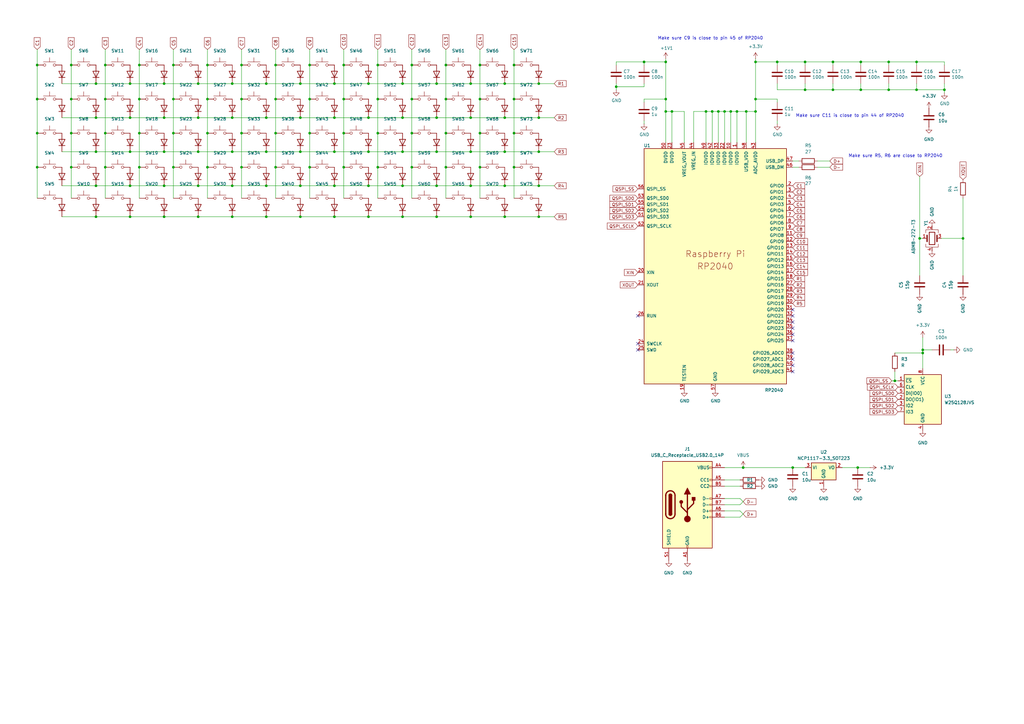
<source format=kicad_sch>
(kicad_sch (version 20231120) (generator "eeschema") (generator_version "8.0")
  (paper "A3")
  (junction (at 71.12 26.67))
  (junction (at 196.85 68.58))
  (junction (at 95.25 76.2))
  (junction (at 15.24 26.67))
  (junction (at 165.1 88.9))
  (junction (at 264.16 25.4))
  (junction (at 165.1 48.26))
  (junction (at 182.88 26.67))
  (junction (at 140.97 40.64))
  (junction (at 325.12 191.77))
  (junction (at 309.88 45.72))
  (junction (at 210.82 26.67))
  (junction (at 123.19 48.26))
  (junction (at 113.03 40.64))
  (junction (at 43.18 68.58))
  (junction (at 341.63 25.4))
  (junction (at 168.91 40.64))
  (junction (at 95.25 88.9))
  (junction (at 113.03 68.58))
  (junction (at 15.24 40.64))
  (junction (at 179.07 88.9))
  (junction (at 140.97 68.58))
  (junction (at 67.31 76.2))
  (junction (at 182.88 68.58))
  (junction (at 151.13 48.26))
  (junction (at 196.85 54.61))
  (junction (at 137.16 34.29))
  (junction (at 137.16 88.9))
  (junction (at 39.37 62.23))
  (junction (at 81.28 76.2))
  (junction (at 207.01 62.23))
  (junction (at 67.31 62.23))
  (junction (at 109.22 62.23))
  (junction (at 57.15 40.64))
  (junction (at 57.15 68.58))
  (junction (at 375.92 25.4))
  (junction (at 99.06 26.67))
  (junction (at 67.31 88.9))
  (junction (at 387.35 36.83))
  (junction (at 67.31 48.26))
  (junction (at 81.28 88.9))
  (junction (at 137.16 48.26))
  (junction (at 43.18 40.64))
  (junction (at 151.13 76.2))
  (junction (at 207.01 76.2))
  (junction (at 29.21 40.64))
  (junction (at 210.82 40.64))
  (junction (at 275.59 45.72))
  (junction (at 53.34 62.23))
  (junction (at 299.72 45.72))
  (junction (at 123.19 62.23))
  (junction (at 364.49 25.4))
  (junction (at 182.88 54.61))
  (junction (at 294.64 45.72))
  (junction (at 95.25 62.23))
  (junction (at 367.03 156.21))
  (junction (at 193.04 34.29))
  (junction (at 127 54.61))
  (junction (at 289.56 45.72))
  (junction (at 207.01 34.29))
  (junction (at 140.97 26.67))
  (junction (at 377.19 97.79))
  (junction (at 81.28 34.29))
  (junction (at 207.01 48.26))
  (junction (at 43.18 26.67))
  (junction (at 220.98 76.2))
  (junction (at 165.1 76.2))
  (junction (at 151.13 88.9))
  (junction (at 193.04 76.2))
  (junction (at 39.37 88.9))
  (junction (at 39.37 48.26))
  (junction (at 127 26.67))
  (junction (at 109.22 48.26))
  (junction (at 220.98 34.29))
  (junction (at 196.85 40.64))
  (junction (at 182.88 40.64))
  (junction (at 154.94 68.58))
  (junction (at 113.03 54.61))
  (junction (at 165.1 62.23))
  (junction (at 99.06 68.58))
  (junction (at 53.34 48.26))
  (junction (at 123.19 34.29))
  (junction (at 353.06 36.83))
  (junction (at 95.25 34.29))
  (junction (at 53.34 76.2))
  (junction (at 179.07 34.29))
  (junction (at 43.18 54.61))
  (junction (at 297.18 45.72))
  (junction (at 165.1 34.29))
  (junction (at 210.82 54.61))
  (junction (at 127 40.64))
  (junction (at 154.94 54.61))
  (junction (at 168.91 68.58))
  (junction (at 220.98 88.9))
  (junction (at 57.15 26.67))
  (junction (at 109.22 88.9))
  (junction (at 85.09 68.58))
  (junction (at 292.1 45.72))
  (junction (at 15.24 54.61))
  (junction (at 273.05 40.64))
  (junction (at 53.34 34.29))
  (junction (at 154.94 26.67))
  (junction (at 85.09 40.64))
  (junction (at 140.97 54.61))
  (junction (at 330.2 25.4))
  (junction (at 15.24 68.58))
  (junction (at 85.09 54.61))
  (junction (at 39.37 76.2))
  (junction (at 123.19 76.2))
  (junction (at 378.46 144.78))
  (junction (at 123.19 88.9))
  (junction (at 207.01 88.9))
  (junction (at 99.06 40.64))
  (junction (at 353.06 25.4))
  (junction (at 154.94 40.64))
  (junction (at 210.82 68.58))
  (junction (at 85.09 26.67))
  (junction (at 57.15 54.61))
  (junction (at 29.21 26.67))
  (junction (at 151.13 34.29))
  (junction (at 220.98 48.26))
  (junction (at 364.49 36.83))
  (junction (at 109.22 34.29))
  (junction (at 302.26 45.72))
  (junction (at 179.07 62.23))
  (junction (at 95.25 48.26))
  (junction (at 39.37 34.29))
  (junction (at 67.31 34.29))
  (junction (at 29.21 68.58))
  (junction (at 394.97 97.79))
  (junction (at 109.22 76.2))
  (junction (at 304.8 191.77))
  (junction (at 375.92 36.83))
  (junction (at 71.12 68.58))
  (junction (at 71.12 54.61))
  (junction (at 273.05 25.4))
  (junction (at 252.73 35.56))
  (junction (at 341.63 36.83))
  (junction (at 330.2 36.83))
  (junction (at 306.07 45.72))
  (junction (at 127 68.58))
  (junction (at 168.91 26.67))
  (junction (at 378.46 143.51))
  (junction (at 196.85 26.67))
  (junction (at 193.04 88.9))
  (junction (at 351.79 191.77))
  (junction (at 309.88 40.64))
  (junction (at 309.88 25.4))
  (junction (at 151.13 62.23))
  (junction (at 113.03 26.67))
  (junction (at 99.06 54.61))
  (junction (at 179.07 76.2))
  (junction (at 137.16 76.2))
  (junction (at 168.91 54.61))
  (junction (at 220.98 62.23))
  (junction (at 273.05 45.72))
  (junction (at 53.34 88.9))
  (junction (at 71.12 40.64))
  (junction (at 29.21 54.61))
  (junction (at 193.04 62.23))
  (junction (at 179.07 48.26))
  (junction (at 81.28 48.26))
  (junction (at 318.77 25.4))
  (junction (at 193.04 48.26))
  (junction (at 81.28 62.23))
  (junction (at 137.16 62.23))
  (no_connect (at 261.62 143.51))
  (no_connect (at 325.12 129.54))
  (no_connect (at 325.12 127))
  (no_connect (at 325.12 144.78))
  (no_connect (at 261.62 129.54))
  (no_connect (at 325.12 152.4))
  (no_connect (at 325.12 149.86))
  (no_connect (at 325.12 139.7))
  (no_connect (at 325.12 137.16))
  (no_connect (at 325.12 134.62))
  (no_connect (at 261.62 140.97))
  (no_connect (at 325.12 147.32))
  (no_connect (at 325.12 132.08))
  (wire (pts (xy 220.98 48.26) (xy 227.33 48.26)))
  (wire (pts (xy 109.22 88.9) (xy 123.19 88.9)))
  (wire (pts (xy 252.73 25.4) (xy 264.16 25.4)))
  (wire (pts (xy 154.94 20.32) (xy 154.94 26.67)))
  (wire (pts (xy 297.18 191.77) (xy 304.8 191.77)))
  (wire (pts (xy 43.18 54.61) (xy 43.18 68.58)))
  (wire (pts (xy 210.82 20.32) (xy 210.82 26.67)))
  (wire (pts (xy 303.53 212.09) (xy 304.8 210.82)))
  (wire (pts (xy 297.18 207.01) (xy 303.53 207.01)))
  (wire (pts (xy 71.12 68.58) (xy 71.12 81.28)))
  (wire (pts (xy 15.24 54.61) (xy 15.24 68.58)))
  (wire (pts (xy 340.36 66.04) (xy 335.28 66.04)))
  (wire (pts (xy 292.1 58.42) (xy 292.1 45.72)))
  (wire (pts (xy 109.22 34.29) (xy 123.19 34.29)))
  (wire (pts (xy 151.13 48.26) (xy 165.1 48.26)))
  (wire (pts (xy 165.1 48.26) (xy 179.07 48.26)))
  (wire (pts (xy 318.77 26.67) (xy 318.77 25.4)))
  (wire (pts (xy 353.06 34.29) (xy 353.06 36.83)))
  (wire (pts (xy 81.28 48.26) (xy 95.25 48.26)))
  (wire (pts (xy 386.08 97.79) (xy 394.97 97.79)))
  (wire (pts (xy 179.07 62.23) (xy 193.04 62.23)))
  (wire (pts (xy 364.49 34.29) (xy 364.49 36.83)))
  (wire (pts (xy 196.85 20.32) (xy 196.85 26.67)))
  (wire (pts (xy 220.98 76.2) (xy 227.33 76.2)))
  (wire (pts (xy 57.15 40.64) (xy 57.15 54.61)))
  (wire (pts (xy 378.46 143.51) (xy 378.46 144.78)))
  (wire (pts (xy 109.22 76.2) (xy 123.19 76.2)))
  (wire (pts (xy 220.98 34.29) (xy 227.33 34.29)))
  (wire (pts (xy 85.09 68.58) (xy 85.09 81.28)))
  (wire (pts (xy 81.28 62.23) (xy 95.25 62.23)))
  (wire (pts (xy 273.05 45.72) (xy 273.05 58.42)))
  (wire (pts (xy 303.53 204.47) (xy 304.8 205.74)))
  (wire (pts (xy 165.1 76.2) (xy 179.07 76.2)))
  (wire (pts (xy 297.18 209.55) (xy 303.53 209.55)))
  (wire (pts (xy 99.06 20.32) (xy 99.06 26.67)))
  (wire (pts (xy 375.92 26.67) (xy 375.92 25.4)))
  (wire (pts (xy 297.18 204.47) (xy 303.53 204.47)))
  (wire (pts (xy 297.18 45.72) (xy 299.72 45.72)))
  (wire (pts (xy 387.35 26.67) (xy 387.35 25.4)))
  (wire (pts (xy 154.94 54.61) (xy 154.94 68.58)))
  (wire (pts (xy 375.92 36.83) (xy 364.49 36.83)))
  (wire (pts (xy 151.13 34.29) (xy 165.1 34.29)))
  (wire (pts (xy 382.27 143.51) (xy 378.46 143.51)))
  (wire (pts (xy 182.88 54.61) (xy 182.88 68.58)))
  (wire (pts (xy 387.35 36.83) (xy 387.35 38.1)))
  (wire (pts (xy 367.03 144.78) (xy 378.46 144.78)))
  (wire (pts (xy 341.63 26.67) (xy 341.63 25.4)))
  (wire (pts (xy 303.53 209.55) (xy 304.8 210.82)))
  (wire (pts (xy 327.66 68.58) (xy 325.12 68.58)))
  (wire (pts (xy 67.31 88.9) (xy 81.28 88.9)))
  (wire (pts (xy 85.09 20.32) (xy 85.09 26.67)))
  (wire (pts (xy 318.77 25.4) (xy 330.2 25.4)))
  (wire (pts (xy 67.31 62.23) (xy 81.28 62.23)))
  (wire (pts (xy 29.21 26.67) (xy 29.21 40.64)))
  (wire (pts (xy 29.21 68.58) (xy 29.21 81.28)))
  (wire (pts (xy 196.85 40.64) (xy 196.85 54.61)))
  (wire (pts (xy 15.24 20.32) (xy 15.24 26.67)))
  (wire (pts (xy 168.91 68.58) (xy 168.91 81.28)))
  (wire (pts (xy 220.98 88.9) (xy 227.33 88.9)))
  (wire (pts (xy 165.1 88.9) (xy 179.07 88.9)))
  (wire (pts (xy 309.88 40.64) (xy 318.77 40.64)))
  (wire (pts (xy 123.19 62.23) (xy 137.16 62.23)))
  (wire (pts (xy 252.73 34.29) (xy 252.73 35.56)))
  (wire (pts (xy 25.4 62.23) (xy 39.37 62.23)))
  (wire (pts (xy 304.8 191.77) (xy 325.12 191.77)))
  (wire (pts (xy 137.16 62.23) (xy 151.13 62.23)))
  (wire (pts (xy 264.16 41.91) (xy 264.16 40.64)))
  (wire (pts (xy 264.16 35.56) (xy 264.16 34.29)))
  (wire (pts (xy 193.04 62.23) (xy 207.01 62.23)))
  (wire (pts (xy 53.34 88.9) (xy 67.31 88.9)))
  (wire (pts (xy 375.92 25.4) (xy 387.35 25.4)))
  (wire (pts (xy 25.4 34.29) (xy 39.37 34.29)))
  (wire (pts (xy 57.15 68.58) (xy 57.15 81.28)))
  (wire (pts (xy 264.16 40.64) (xy 273.05 40.64)))
  (wire (pts (xy 57.15 54.61) (xy 57.15 68.58)))
  (wire (pts (xy 15.24 68.58) (xy 15.24 81.28)))
  (wire (pts (xy 294.64 58.42) (xy 294.64 45.72)))
  (wire (pts (xy 165.1 34.29) (xy 179.07 34.29)))
  (wire (pts (xy 353.06 36.83) (xy 341.63 36.83)))
  (wire (pts (xy 207.01 88.9) (xy 220.98 88.9)))
  (wire (pts (xy 318.77 49.53) (xy 318.77 50.8)))
  (wire (pts (xy 81.28 76.2) (xy 95.25 76.2)))
  (wire (pts (xy 252.73 35.56) (xy 252.73 36.83)))
  (wire (pts (xy 113.03 26.67) (xy 113.03 40.64)))
  (wire (pts (xy 210.82 54.61) (xy 210.82 68.58)))
  (wire (pts (xy 367.03 152.4) (xy 367.03 156.21)))
  (wire (pts (xy 168.91 40.64) (xy 168.91 54.61)))
  (wire (pts (xy 273.05 24.13) (xy 273.05 25.4)))
  (wire (pts (xy 85.09 54.61) (xy 85.09 68.58)))
  (wire (pts (xy 327.66 66.04) (xy 325.12 66.04)))
  (wire (pts (xy 299.72 58.42) (xy 299.72 45.72)))
  (wire (pts (xy 193.04 88.9) (xy 207.01 88.9)))
  (wire (pts (xy 43.18 26.67) (xy 43.18 40.64)))
  (wire (pts (xy 123.19 76.2) (xy 137.16 76.2)))
  (wire (pts (xy 309.88 45.72) (xy 309.88 58.42)))
  (wire (pts (xy 29.21 20.32) (xy 29.21 26.67)))
  (wire (pts (xy 284.48 58.42) (xy 284.48 45.72)))
  (wire (pts (xy 297.18 58.42) (xy 297.18 45.72)))
  (wire (pts (xy 364.49 36.83) (xy 353.06 36.83)))
  (wire (pts (xy 123.19 34.29) (xy 137.16 34.29)))
  (wire (pts (xy 309.88 25.4) (xy 309.88 40.64)))
  (wire (pts (xy 193.04 48.26) (xy 207.01 48.26)))
  (wire (pts (xy 85.09 40.64) (xy 85.09 54.61)))
  (wire (pts (xy 25.4 88.9) (xy 39.37 88.9)))
  (wire (pts (xy 378.46 144.78) (xy 378.46 151.13)))
  (wire (pts (xy 394.97 97.79) (xy 394.97 81.28)))
  (wire (pts (xy 39.37 62.23) (xy 53.34 62.23)))
  (wire (pts (xy 137.16 88.9) (xy 151.13 88.9)))
  (wire (pts (xy 99.06 26.67) (xy 99.06 40.64)))
  (wire (pts (xy 39.37 34.29) (xy 53.34 34.29)))
  (wire (pts (xy 207.01 48.26) (xy 220.98 48.26)))
  (wire (pts (xy 57.15 26.67) (xy 57.15 40.64)))
  (wire (pts (xy 67.31 48.26) (xy 81.28 48.26)))
  (wire (pts (xy 273.05 40.64) (xy 273.05 45.72)))
  (wire (pts (xy 113.03 20.32) (xy 113.03 26.67)))
  (wire (pts (xy 182.88 20.32) (xy 182.88 26.67)))
  (wire (pts (xy 220.98 62.23) (xy 227.33 62.23)))
  (wire (pts (xy 43.18 68.58) (xy 43.18 81.28)))
  (wire (pts (xy 25.4 48.26) (xy 39.37 48.26)))
  (wire (pts (xy 109.22 48.26) (xy 123.19 48.26)))
  (wire (pts (xy 292.1 45.72) (xy 294.64 45.72)))
  (wire (pts (xy 168.91 26.67) (xy 168.91 40.64)))
  (wire (pts (xy 341.63 36.83) (xy 330.2 36.83)))
  (wire (pts (xy 29.21 54.61) (xy 29.21 68.58)))
  (wire (pts (xy 353.06 25.4) (xy 364.49 25.4)))
  (wire (pts (xy 275.59 45.72) (xy 273.05 45.72)))
  (wire (pts (xy 264.16 25.4) (xy 273.05 25.4)))
  (wire (pts (xy 303.53 207.01) (xy 304.8 205.74)))
  (wire (pts (xy 168.91 20.32) (xy 168.91 26.67)))
  (wire (pts (xy 309.88 40.64) (xy 309.88 45.72)))
  (wire (pts (xy 151.13 88.9) (xy 165.1 88.9)))
  (wire (pts (xy 95.25 34.29) (xy 109.22 34.29)))
  (wire (pts (xy 39.37 76.2) (xy 53.34 76.2)))
  (wire (pts (xy 154.94 26.67) (xy 154.94 40.64)))
  (wire (pts (xy 182.88 26.67) (xy 182.88 40.64)))
  (wire (pts (xy 67.31 34.29) (xy 81.28 34.29)))
  (wire (pts (xy 318.77 41.91) (xy 318.77 40.64)))
  (wire (pts (xy 351.79 191.77) (xy 345.44 191.77)))
  (wire (pts (xy 210.82 40.64) (xy 210.82 54.61)))
  (wire (pts (xy 377.19 97.79) (xy 378.46 97.79)))
  (wire (pts (xy 210.82 68.58) (xy 210.82 81.28)))
  (wire (pts (xy 387.35 34.29) (xy 387.35 36.83)))
  (wire (pts (xy 53.34 48.26) (xy 67.31 48.26)))
  (wire (pts (xy 364.49 26.67) (xy 364.49 25.4)))
  (wire (pts (xy 299.72 45.72) (xy 302.26 45.72)))
  (wire (pts (xy 340.36 68.58) (xy 335.28 68.58)))
  (wire (pts (xy 95.25 76.2) (xy 109.22 76.2)))
  (wire (pts (xy 57.15 20.32) (xy 57.15 26.67)))
  (wire (pts (xy 53.34 62.23) (xy 67.31 62.23)))
  (wire (pts (xy 284.48 45.72) (xy 289.56 45.72)))
  (wire (pts (xy 179.07 76.2) (xy 193.04 76.2)))
  (wire (pts (xy 71.12 26.67) (xy 71.12 40.64)))
  (wire (pts (xy 264.16 49.53) (xy 264.16 50.8)))
  (wire (pts (xy 127 26.67) (xy 127 40.64)))
  (wire (pts (xy 297.18 212.09) (xy 303.53 212.09)))
  (wire (pts (xy 85.09 26.67) (xy 85.09 40.64)))
  (wire (pts (xy 330.2 26.67) (xy 330.2 25.4)))
  (wire (pts (xy 309.88 25.4) (xy 318.77 25.4)))
  (wire (pts (xy 67.31 76.2) (xy 81.28 76.2)))
  (wire (pts (xy 193.04 76.2) (xy 207.01 76.2)))
  (wire (pts (xy 109.22 62.23) (xy 123.19 62.23)))
  (wire (pts (xy 377.19 113.03) (xy 377.19 97.79)))
  (wire (pts (xy 207.01 62.23) (xy 220.98 62.23)))
  (wire (pts (xy 179.07 88.9) (xy 193.04 88.9)))
  (wire (pts (xy 207.01 34.29) (xy 220.98 34.29)))
  (wire (pts (xy 151.13 62.23) (xy 165.1 62.23)))
  (wire (pts (xy 341.63 34.29) (xy 341.63 36.83)))
  (wire (pts (xy 273.05 25.4) (xy 273.05 40.64)))
  (wire (pts (xy 297.18 199.39) (xy 303.53 199.39)))
  (wire (pts (xy 264.16 26.67) (xy 264.16 25.4)))
  (wire (pts (xy 137.16 76.2) (xy 151.13 76.2)))
  (wire (pts (xy 127 68.58) (xy 127 81.28)))
  (wire (pts (xy 330.2 36.83) (xy 318.77 36.83)))
  (wire (pts (xy 196.85 26.67) (xy 196.85 40.64)))
  (wire (pts (xy 95.25 48.26) (xy 109.22 48.26)))
  (wire (pts (xy 113.03 54.61) (xy 113.03 68.58)))
  (wire (pts (xy 280.67 45.72) (xy 275.59 45.72)))
  (wire (pts (xy 377.19 97.79) (xy 377.19 72.39)))
  (wire (pts (xy 151.13 76.2) (xy 165.1 76.2)))
  (wire (pts (xy 252.73 35.56) (xy 264.16 35.56)))
  (wire (pts (xy 309.88 24.13) (xy 309.88 25.4)))
  (wire (pts (xy 196.85 54.61) (xy 196.85 68.58)))
  (wire (pts (xy 318.77 34.29) (xy 318.77 36.83)))
  (wire (pts (xy 193.04 34.29) (xy 207.01 34.29)))
  (wire (pts (xy 389.89 143.51) (xy 391.16 143.51)))
  (wire (pts (xy 39.37 88.9) (xy 53.34 88.9)))
  (wire (pts (xy 182.88 68.58) (xy 182.88 81.28)))
  (wire (pts (xy 367.03 156.21) (xy 368.3 156.21)))
  (wire (pts (xy 127 20.32) (xy 127 26.67)))
  (wire (pts (xy 154.94 68.58) (xy 154.94 81.28)))
  (wire (pts (xy 375.92 36.83) (xy 387.35 36.83)))
  (wire (pts (xy 275.59 58.42) (xy 275.59 45.72)))
  (wire (pts (xy 123.19 48.26) (xy 137.16 48.26)))
  (wire (pts (xy 375.92 34.29) (xy 375.92 36.83)))
  (wire (pts (xy 341.63 25.4) (xy 353.06 25.4)))
  (wire (pts (xy 99.06 68.58) (xy 99.06 81.28)))
  (wire (pts (xy 182.88 40.64) (xy 182.88 54.61)))
  (wire (pts (xy 207.01 76.2) (xy 220.98 76.2)))
  (wire (pts (xy 289.56 58.42) (xy 289.56 45.72)))
  (wire (pts (xy 302.26 45.72) (xy 306.07 45.72)))
  (wire (pts (xy 25.4 76.2) (xy 39.37 76.2)))
  (wire (pts (xy 306.07 45.72) (xy 309.88 45.72)))
  (wire (pts (xy 330.2 25.4) (xy 341.63 25.4)))
  (wire (pts (xy 140.97 26.67) (xy 140.97 40.64)))
  (wire (pts (xy 353.06 26.67) (xy 353.06 25.4)))
  (wire (pts (xy 113.03 40.64) (xy 113.03 54.61)))
  (wire (pts (xy 127 54.61) (xy 127 68.58)))
  (wire (pts (xy 71.12 54.61) (xy 71.12 68.58)))
  (wire (pts (xy 210.82 26.67) (xy 210.82 40.64)))
  (wire (pts (xy 330.2 34.29) (xy 330.2 36.83)))
  (wire (pts (xy 168.91 54.61) (xy 168.91 68.58)))
  (wire (pts (xy 394.97 113.03) (xy 394.97 97.79)))
  (wire (pts (xy 365.76 156.21) (xy 367.03 156.21)))
  (wire (pts (xy 179.07 34.29) (xy 193.04 34.29)))
  (wire (pts (xy 302.26 45.72) (xy 302.26 58.42)))
  (wire (pts (xy 15.24 40.64) (xy 15.24 54.61)))
  (wire (pts (xy 154.94 40.64) (xy 154.94 54.61)))
  (wire (pts (xy 81.28 88.9) (xy 95.25 88.9)))
  (wire (pts (xy 280.67 58.42) (xy 280.67 45.72)))
  (wire (pts (xy 113.03 68.58) (xy 113.03 81.28)))
  (wire (pts (xy 356.87 191.77) (xy 351.79 191.77)))
  (wire (pts (xy 294.64 45.72) (xy 297.18 45.72)))
  (wire (pts (xy 123.19 88.9) (xy 137.16 88.9)))
  (wire (pts (xy 43.18 20.32) (xy 43.18 26.67)))
  (wire (pts (xy 29.21 40.64) (xy 29.21 54.61)))
  (wire (pts (xy 53.34 76.2) (xy 67.31 76.2)))
  (wire (pts (xy 140.97 20.32) (xy 140.97 26.67)))
  (wire (pts (xy 297.18 196.85) (xy 303.53 196.85)))
  (wire (pts (xy 99.06 54.61) (xy 99.06 68.58)))
  (wire (pts (xy 71.12 20.32) (xy 71.12 26.67)))
  (wire (pts (xy 137.16 34.29) (xy 151.13 34.29)))
  (wire (pts (xy 137.16 48.26) (xy 151.13 48.26)))
  (wire (pts (xy 289.56 45.72) (xy 292.1 45.72)))
  (wire (pts (xy 43.18 40.64) (xy 43.18 54.61)))
  (wire (pts (xy 306.07 58.42) (xy 306.07 45.72)))
  (wire (pts (xy 252.73 26.67) (xy 252.73 25.4)))
  (wire (pts (xy 165.1 62.23) (xy 179.07 62.23)))
  (wire (pts (xy 378.46 138.43) (xy 378.46 143.51)))
  (wire (pts (xy 95.25 62.23) (xy 109.22 62.23)))
  (wire (pts (xy 39.37 48.26) (xy 53.34 48.26)))
  (wire (pts (xy 140.97 68.58) (xy 140.97 81.28)))
  (wire (pts (xy 71.12 40.64) (xy 71.12 54.61)))
  (wire (pts (xy 99.06 40.64) (xy 99.06 54.61)))
  (wire (pts (xy 179.07 48.26) (xy 193.04 48.26)))
  (wire (pts (xy 325.12 191.77) (xy 330.2 191.77)))
  (wire (pts (xy 140.97 40.64) (xy 140.97 54.61)))
  (wire (pts (xy 95.25 88.9) (xy 109.22 88.9)))
  (wire (pts (xy 127 40.64) (xy 127 54.61)))
  (wire (pts (xy 196.85 68.58) (xy 196.85 81.28)))
  (wire (pts (xy 140.97 54.61) (xy 140.97 68.58)))
  (wire (pts (xy 53.34 34.29) (xy 67.31 34.29)))
  (wire (pts (xy 15.24 26.67) (xy 15.24 40.64)))
  (wire (pts (xy 81.28 34.29) (xy 95.25 34.29)))
  (wire (pts (xy 364.49 25.4) (xy 375.92 25.4)))
  (text "Make sure C11 is close to pin 44 of RP2040" (at 326.39 48.26 0) (effects (font (size 1.27 1.27)) (justify left bottom)))
  (text "Make sure C9 is close to pin 45 of RP2040" (at 269.748 16.51 0) (effects (font (size 1.27 1.27)) (justify left bottom)))
  (text "Make sure R5, R6 are close to RP2040" (at 347.98 64.77 0) (effects (font (size 1.27 1.27)) (justify left bottom)))
  (global_label "C10" (shape input) (at 325.12 99.06 0) (property "Intersheetrefs" "${INTERSHEET_REFS}" (effects (hide yes))))
  (global_label "C9" (shape input) (at 127 20.32 90) (property "Intersheetrefs" "${INTERSHEET_REFS}" (effects (hide yes))))
  (global_label "C11" (shape input) (at 325.12 101.6 0) (property "Intersheetrefs" "${INTERSHEET_REFS}" (effects (hide yes))))
  (global_label "XIN" (shape input) (at 377.19 72.39 90) (property "Intersheetrefs" "${INTERSHEET_REFS}" (effects (hide yes))))
  (global_label "C3" (shape input) (at 43.18 20.32 90) (property "Intersheetrefs" "${INTERSHEET_REFS}" (effects (hide yes))))
  (global_label "R5" (shape input) (at 325.12 124.46 0) (property "Intersheetrefs" "${INTERSHEET_REFS}" (effects (hide yes))))
  (global_label "R4" (shape input) (at 227.33 76.2 0) (property "Intersheetrefs" "${INTERSHEET_REFS}" (effects (hide yes))))
  (global_label "C2" (shape input) (at 325.12 78.74 0) (property "Intersheetrefs" "${INTERSHEET_REFS}" (effects (hide yes))))
  (global_label "QSPI_SD1" (shape input) (at 368.3 163.83 180) (property "Intersheetrefs" "${INTERSHEET_REFS}" (effects (hide yes))))
  (global_label "D+" (shape input) (at 304.8 210.82 0) (property "Intersheetrefs" "${INTERSHEET_REFS}" (effects (hide yes))))
  (global_label "C2" (shape input) (at 29.21 20.32 90) (property "Intersheetrefs" "${INTERSHEET_REFS}" (effects (hide yes))))
  (global_label "QSPI_SD0" (shape input) (at 368.3 161.29 180) (property "Intersheetrefs" "${INTERSHEET_REFS}" (effects (hide yes))))
  (global_label "C6" (shape input) (at 85.09 20.32 90) (property "Intersheetrefs" "${INTERSHEET_REFS}" (effects (hide yes))))
  (global_label "C4" (shape input) (at 57.15 20.32 90) (property "Intersheetrefs" "${INTERSHEET_REFS}" (effects (hide yes))))
  (global_label "C14" (shape input) (at 196.85 20.32 90) (property "Intersheetrefs" "${INTERSHEET_REFS}" (effects (hide yes))))
  (global_label "D-" (shape input) (at 340.36 68.58 0) (property "Intersheetrefs" "${INTERSHEET_REFS}" (effects (hide yes))))
  (global_label "C11" (shape input) (at 154.94 20.32 90) (property "Intersheetrefs" "${INTERSHEET_REFS}" (effects (hide yes))))
  (global_label "C12" (shape input) (at 168.91 20.32 90) (property "Intersheetrefs" "${INTERSHEET_REFS}" (effects (hide yes))))
  (global_label "R2" (shape input) (at 227.33 48.26 0) (property "Intersheetrefs" "${INTERSHEET_REFS}" (effects (hide yes))))
  (global_label "R1" (shape input) (at 227.33 34.29 0) (property "Intersheetrefs" "${INTERSHEET_REFS}" (effects (hide yes))))
  (global_label "XIN" (shape input) (at 261.62 111.76 180) (property "Intersheetrefs" "${INTERSHEET_REFS}" (effects (hide yes))))
  (global_label "QSPI_SD2" (shape input) (at 368.3 166.37 180) (property "Intersheetrefs" "${INTERSHEET_REFS}" (effects (hide yes))))
  (global_label "C13" (shape input) (at 182.88 20.32 90) (property "Intersheetrefs" "${INTERSHEET_REFS}" (effects (hide yes))))
  (global_label "QSPI_SD3" (shape input) (at 368.3 168.91 180) (property "Intersheetrefs" "${INTERSHEET_REFS}" (effects (hide yes))))
  (global_label "QSPI_SS" (shape input) (at 365.76 156.21 180) (property "Intersheetrefs" "${INTERSHEET_REFS}" (effects (hide yes))))
  (global_label "QSPI_SCLK" (shape input) (at 261.62 92.71 180) (property "Intersheetrefs" "${INTERSHEET_REFS}" (effects (hide yes))))
  (global_label "C3" (shape input) (at 325.12 81.28 0) (property "Intersheetrefs" "${INTERSHEET_REFS}" (effects (hide yes))))
  (global_label "R5" (shape input) (at 227.33 88.9 0) (property "Intersheetrefs" "${INTERSHEET_REFS}" (effects (hide yes))))
  (global_label "C8" (shape input) (at 325.12 93.98 0) (property "Intersheetrefs" "${INTERSHEET_REFS}" (effects (hide yes))))
  (global_label "C12" (shape input) (at 325.12 104.14 0) (property "Intersheetrefs" "${INTERSHEET_REFS}" (effects (hide yes))))
  (global_label "R3" (shape input) (at 325.12 119.38 0) (property "Intersheetrefs" "${INTERSHEET_REFS}" (effects (hide yes))))
  (global_label "C10" (shape input) (at 140.97 20.32 90) (property "Intersheetrefs" "${INTERSHEET_REFS}" (effects (hide yes))))
  (global_label "C4" (shape input) (at 325.12 83.82 0) (property "Intersheetrefs" "${INTERSHEET_REFS}" (effects (hide yes))))
  (global_label "XOUT" (shape input) (at 261.62 116.84 180) (property "Intersheetrefs" "${INTERSHEET_REFS}" (effects (hide yes))))
  (global_label "QSPI_SCLK" (shape input) (at 368.3 158.75 180) (property "Intersheetrefs" "${INTERSHEET_REFS}" (effects (hide yes))))
  (global_label "C14" (shape input) (at 325.12 109.22 0) (property "Intersheetrefs" "${INTERSHEET_REFS}" (effects (hide yes))))
  (global_label "QSPI_SD0" (shape input) (at 261.62 81.28 180) (property "Intersheetrefs" "${INTERSHEET_REFS}" (effects (hide yes))))
  (global_label "D+" (shape input) (at 340.36 66.04 0) (property "Intersheetrefs" "${INTERSHEET_REFS}" (effects (hide yes))))
  (global_label "C15" (shape input) (at 210.82 20.32 90) (property "Intersheetrefs" "${INTERSHEET_REFS}" (effects (hide yes))))
  (global_label "C9" (shape input) (at 325.12 96.52 0) (property "Intersheetrefs" "${INTERSHEET_REFS}" (effects (hide yes))))
  (global_label "C7" (shape input) (at 99.06 20.32 90) (property "Intersheetrefs" "${INTERSHEET_REFS}" (effects (hide yes))))
  (global_label "QSPI_SD3" (shape input) (at 261.62 88.9 180) (property "Intersheetrefs" "${INTERSHEET_REFS}" (effects (hide yes))))
  (global_label "QSPI_SS" (shape input) (at 261.62 77.47 180) (property "Intersheetrefs" "${INTERSHEET_REFS}" (effects (hide yes))))
  (global_label "D-" (shape input) (at 304.8 205.74 0) (property "Intersheetrefs" "${INTERSHEET_REFS}" (effects (hide yes))))
  (global_label "R1" (shape input) (at 325.12 114.3 0) (property "Intersheetrefs" "${INTERSHEET_REFS}" (effects (hide yes))))
  (global_label "C5" (shape input) (at 71.12 20.32 90) (property "Intersheetrefs" "${INTERSHEET_REFS}" (effects (hide yes))))
  (global_label "C13" (shape input) (at 325.12 106.68 0) (property "Intersheetrefs" "${INTERSHEET_REFS}" (effects (hide yes))))
  (global_label "C1" (shape input) (at 325.12 76.2 0) (property "Intersheetrefs" "${INTERSHEET_REFS}" (effects (hide yes))))
  (global_label "XOUT" (shape input) (at 394.97 73.66 90) (property "Intersheetrefs" "${INTERSHEET_REFS}" (effects (hide yes))))
  (global_label "C7" (shape input) (at 325.12 91.44 0) (property "Intersheetrefs" "${INTERSHEET_REFS}" (effects (hide yes))))
  (global_label "C6" (shape input) (at 325.12 88.9 0) (property "Intersheetrefs" "${INTERSHEET_REFS}" (effects (hide yes))))
  (global_label "C15" (shape input) (at 325.12 111.76 0) (property "Intersheetrefs" "${INTERSHEET_REFS}" (effects (hide yes))))
  (global_label "R3" (shape input) (at 227.33 62.23 0) (property "Intersheetrefs" "${INTERSHEET_REFS}" (effects (hide yes))))
  (global_label "QSPI_SD1" (shape input) (at 261.62 83.82 180) (property "Intersheetrefs" "${INTERSHEET_REFS}" (effects (hide yes))))
  (global_label "R4" (shape input) (at 325.12 121.92 0) (property "Intersheetrefs" "${INTERSHEET_REFS}" (effects (hide yes))))
  (global_label "C1" (shape input) (at 15.24 20.32 90) (property "Intersheetrefs" "${INTERSHEET_REFS}" (effects (hide yes))))
  (global_label "QSPI_SD2" (shape input) (at 261.62 86.36 180) (property "Intersheetrefs" "${INTERSHEET_REFS}" (effects (hide yes))))
  (global_label "C5" (shape input) (at 325.12 86.36 0) (property "Intersheetrefs" "${INTERSHEET_REFS}" (effects (hide yes))))
  (global_label "C8" (shape input) (at 113.03 20.32 90) (property "Intersheetrefs" "${INTERSHEET_REFS}" (effects (hide yes))))
  (global_label "R2" (shape input) (at 325.12 116.84 0) (property "Intersheetrefs" "${INTERSHEET_REFS}" (effects (hide yes))))
  (symbol (lib_id "Switch:SW_Push") (at 34.29 68.58 0) (unit 1)
    (property "Reference" "SW9" (at 34.29 62.738 0))
    (property "Value" "SW_Push" (effects (hide yes)))
    (property "Footprint" "Button_Switch_Keyboard:SW_Cherry_MX_1.00u_PCB" (effects (hide yes)))
    (property "Description" "Push button switch, generic, two pins" (effects (hide yes)))
  )
  (symbol (lib_id "Device:D") (at 179.07 85.09 90) (unit 1)
    (property "Reference" "D60" (effects (hide yes)))
    (property "Value" "D" (effects (hide yes)))
    (property "Footprint" "Diode_THT:D_DO-35_SOD27_P7.62mm_Horizontal" (effects (hide yes)))
    (property "Description" "Diode" (effects (hide yes)))
    (property "Sim.Device" "D" (effects (hide yes)))
    (property "Sim.Pins" "1=K 2=A" (effects (hide yes)))
  )
  (symbol (lib_id "Switch:SW_Push") (at 160.02 40.64 0) (unit 1)
    (property "Reference" "SW52" (at 160.02 34.798 0))
    (property "Value" "SW_Push" (effects (hide yes)))
    (property "Footprint" "Button_Switch_Keyboard:SW_Cherry_MX_1.00u_PCB" (effects (hide yes)))
    (property "Description" "Push button switch, generic, two pins" (effects (hide yes)))
  )
  (symbol (lib_id "Switch:SW_Push") (at 90.17 26.67 0) (unit 1)
    (property "Reference" "SW26" (at 90.17 20.828 0))
    (property "Value" "SW_Push" (effects (hide yes)))
    (property "Footprint" "Button_Switch_Keyboard:SW_Cherry_MX_1.00u_PCB" (effects (hide yes)))
    (property "Description" "Push button switch, generic, two pins" (effects (hide yes)))
  )
  (symbol (lib_id "power:GND") (at 394.97 120.65 0) (unit 1)
    (property "Reference" "#PWR015" (effects (hide yes)))
    (property "Value" "GND" (at 394.9699 124.46 90) (effects (justify right)))
    (property "Description" "Power symbol creates a global label with name \"GND\" , ground" (effects (hide yes)))
  )
  (symbol (lib_id "Switch:SW_Push") (at 20.32 68.58 0) (unit 1)
    (property "Reference" "SW4" (at 20.32 62.738 0))
    (property "Value" "SW_Push" (effects (hide yes)))
    (property "Footprint" "Button_Switch_Keyboard:SW_Cherry_MX_1.00u_PCB" (effects (hide yes)))
    (property "Description" "Push button switch, generic, two pins" (effects (hide yes)))
  )
  (symbol (lib_id "Device:D") (at 95.25 44.45 90) (unit 1)
    (property "Reference" "D27" (effects (hide yes)))
    (property "Value" "D" (effects (hide yes)))
    (property "Footprint" "Diode_THT:D_DO-35_SOD27_P7.62mm_Horizontal" (effects (hide yes)))
    (property "Description" "Diode" (effects (hide yes)))
    (property "Sim.Device" "D" (effects (hide yes)))
    (property "Sim.Pins" "1=K 2=A" (effects (hide yes)))
  )
  (symbol (lib_id "Switch:SW_Push") (at 215.9 40.64 0) (unit 1)
    (property "Reference" "SW72" (at 215.9 34.798 0))
    (property "Value" "SW_Push" (effects (hide yes)))
    (property "Footprint" "Button_Switch_Keyboard:SW_Cherry_MX_1.00u_PCB" (effects (hide yes)))
    (property "Description" "Push button switch, generic, two pins" (effects (hide yes)))
  )
  (symbol (lib_id "Device:C") (at 386.08 143.51 90) (unit 1)
    (property "Reference" "C3" (at 386.08 135.89 90))
    (property "Value" "100n" (at 386.08 138.43 90))
    (property "Footprint" "Capacitor_SMD:C_0805_2012Metric" (effects (hide yes)))
    (property "Description" "Unpolarized capacitor" (effects (hide yes)))
  )
  (symbol (lib_id "Device:D") (at 81.28 30.48 90) (unit 1)
    (property "Reference" "D21" (effects (hide yes)))
    (property "Value" "D" (effects (hide yes)))
    (property "Footprint" "Diode_THT:D_DO-35_SOD27_P7.62mm_Horizontal" (effects (hide yes)))
    (property "Description" "Diode" (effects (hide yes)))
    (property "Sim.Device" "D" (effects (hide yes)))
    (property "Sim.Pins" "1=K 2=A" (effects (hide yes)))
  )
  (symbol (lib_id "Switch:SW_Push") (at 132.08 40.64 0) (unit 1)
    (property "Reference" "SW42" (at 132.08 34.798 0))
    (property "Value" "SW_Push" (effects (hide yes)))
    (property "Footprint" "Button_Switch_Keyboard:SW_Cherry_MX_1.00u_PCB" (effects (hide yes)))
    (property "Description" "Push button switch, generic, two pins" (effects (hide yes)))
  )
  (symbol (lib_id "Switch:SW_Push") (at 62.23 40.64 0) (unit 1)
    (property "Reference" "SW17" (at 62.23 34.798 0))
    (property "Value" "SW_Push" (effects (hide yes)))
    (property "Footprint" "Button_Switch_Keyboard:SW_Cherry_MX_1.00u_PCB" (effects (hide yes)))
    (property "Description" "Push button switch, generic, two pins" (effects (hide yes)))
  )
  (symbol (lib_id "Device:D") (at 25.4 72.39 90) (unit 1)
    (property "Reference" "D4" (effects (hide yes)))
    (property "Value" "D" (effects (hide yes)))
    (property "Footprint" "Diode_THT:D_DO-35_SOD27_P7.62mm_Horizontal" (effects (hide yes)))
    (property "Description" "Diode" (effects (hide yes)))
    (property "Sim.Device" "D" (effects (hide yes)))
    (property "Sim.Pins" "1=K 2=A" (effects (hide yes)))
  )
  (symbol (lib_id "Switch:SW_Push") (at 146.05 40.64 0) (unit 1)
    (property "Reference" "SW47" (at 146.05 34.798 0))
    (property "Value" "SW_Push" (effects (hide yes)))
    (property "Footprint" "Button_Switch_Keyboard:SW_Cherry_MX_1.00u_PCB" (effects (hide yes)))
    (property "Description" "Push button switch, generic, two pins" (effects (hide yes)))
  )
  (symbol (lib_id "Switch:SW_Push") (at 104.14 68.58 0) (unit 1)
    (property "Reference" "SW34" (at 104.14 62.738 0))
    (property "Value" "SW_Push" (effects (hide yes)))
    (property "Footprint" "Button_Switch_Keyboard:SW_Cherry_MX_1.00u_PCB" (effects (hide yes)))
    (property "Description" "Push button switch, generic, two pins" (effects (hide yes)))
  )
  (symbol (lib_id "Switch:SW_Push") (at 132.08 81.28 0) (unit 1)
    (property "Reference" "SW45" (at 132.08 75.438 0))
    (property "Value" "SW_Push" (effects (hide yes)))
    (property "Footprint" "Button_Switch_Keyboard:SW_Cherry_MX_1.00u_PCB" (effects (hide yes)))
    (property "Description" "Push button switch, generic, two pins" (effects (hide yes)))
  )
  (symbol (lib_id "Switch:SW_Push") (at 160.02 26.67 0) (unit 1)
    (property "Reference" "SW51" (at 160.02 20.828 0))
    (property "Value" "SW_Push" (effects (hide yes)))
    (property "Footprint" "Button_Switch_Keyboard:SW_Cherry_MX_1.00u_PCB" (effects (hide yes)))
    (property "Description" "Push button switch, generic, two pins" (effects (hide yes)))
  )
  (symbol (lib_id "power:+3.3V") (at 356.87 191.77 270) (unit 1)
    (property "Reference" "#PWR06" (effects (hide yes)))
    (property "Value" "+3.3V" (at 360.68 191.7699 90) (effects (justify left)))
    (property "Description" "Power symbol creates a global label with name \"+3.3V\"" (effects (hide yes)))
  )
  (symbol (lib_id "power:GND") (at 252.73 36.83 0) (unit 1)
    (property "Reference" "#PWR019" (effects (hide yes)))
    (property "Value" "GND" (at 252.857 41.2242 0))
  )
  (symbol (lib_id "Switch:SW_Push") (at 118.11 40.64 0) (unit 1)
    (property "Reference" "SW37" (at 118.11 34.798 0))
    (property "Value" "SW_Push" (effects (hide yes)))
    (property "Footprint" "Button_Switch_Keyboard:SW_Cherry_MX_1.00u_PCB" (effects (hide yes)))
    (property "Description" "Push button switch, generic, two pins" (effects (hide yes)))
  )
  (symbol (lib_id "Device:D") (at 165.1 30.48 90) (unit 1)
    (property "Reference" "D51" (effects (hide yes)))
    (property "Value" "D" (effects (hide yes)))
    (property "Footprint" "Diode_THT:D_DO-35_SOD27_P7.62mm_Horizontal" (effects (hide yes)))
    (property "Description" "Diode" (effects (hide yes)))
    (property "Sim.Device" "D" (effects (hide yes)))
    (property "Sim.Pins" "1=K 2=A" (effects (hide yes)))
  )
  (symbol (lib_id "Device:D") (at 151.13 30.48 90) (unit 1)
    (property "Reference" "D46" (effects (hide yes)))
    (property "Value" "D" (effects (hide yes)))
    (property "Footprint" "Diode_THT:D_DO-35_SOD27_P7.62mm_Horizontal" (effects (hide yes)))
    (property "Description" "Diode" (effects (hide yes)))
    (property "Sim.Device" "D" (effects (hide yes)))
    (property "Sim.Pins" "1=K 2=A" (effects (hide yes)))
  )
  (symbol (lib_id "Switch:SW_Push") (at 48.26 68.58 0) (unit 1)
    (property "Reference" "SW14" (at 48.26 62.738 0))
    (property "Value" "SW_Push" (effects (hide yes)))
    (property "Footprint" "Button_Switch_Keyboard:SW_Cherry_MX_1.00u_PCB" (effects (hide yes)))
    (property "Description" "Push button switch, generic, two pins" (effects (hide yes)))
  )
  (symbol (lib_id "Device:D") (at 67.31 72.39 90) (unit 1)
    (property "Reference" "D19" (effects (hide yes)))
    (property "Value" "D" (effects (hide yes)))
    (property "Footprint" "Diode_THT:D_DO-35_SOD27_P7.62mm_Horizontal" (effects (hide yes)))
    (property "Description" "Diode" (effects (hide yes)))
    (property "Sim.Device" "D" (effects (hide yes)))
    (property "Sim.Pins" "1=K 2=A" (effects (hide yes)))
  )
  (symbol (lib_id "Device:D") (at 151.13 58.42 90) (unit 1)
    (property "Reference" "D48" (effects (hide yes)))
    (property "Value" "D" (effects (hide yes)))
    (property "Footprint" "Diode_THT:D_DO-35_SOD27_P7.62mm_Horizontal" (effects (hide yes)))
    (property "Description" "Diode" (effects (hide yes)))
    (property "Sim.Device" "D" (effects (hide yes)))
    (property "Sim.Pins" "1=K 2=A" (effects (hide yes)))
  )
  (symbol (lib_id "Device:C") (at 318.77 45.72 0) (unit 1)
    (property "Reference" "C11" (at 321.691 44.5516 0) (effects (justify left)))
    (property "Value" "1u" (at 321.691 46.863 0) (effects (justify left)))
    (property "Footprint" "Capacitor_SMD:C_0805_2012Metric" (effects (hide yes)))
  )
  (symbol (lib_id "power:VBUS") (at 304.8 191.77 0) (unit 1)
    (property "Reference" "#PWR09" (effects (hide yes)))
    (property "Value" "VBUS" (at 304.8 186.69 0))
    (property "Description" "Power symbol creates a global label with name \"VBUS\"" (effects (hide yes)))
  )
  (symbol (lib_id "Switch:SW_Push") (at 146.05 54.61 0) (unit 1)
    (property "Reference" "SW48" (at 146.05 48.768 0))
    (property "Value" "SW_Push" (effects (hide yes)))
    (property "Footprint" "Button_Switch_Keyboard:SW_Cherry_MX_1.00u_PCB" (effects (hide yes)))
    (property "Description" "Push button switch, generic, two pins" (effects (hide yes)))
  )
  (symbol (lib_id "Switch:SW_Push") (at 215.9 26.67 0) (unit 1)
    (property "Reference" "SW71" (at 215.9 20.828 0))
    (property "Value" "SW_Push" (effects (hide yes)))
    (property "Footprint" "Button_Switch_Keyboard:SW_Cherry_MX_1.00u_PCB" (effects (hide yes)))
    (property "Description" "Push button switch, generic, two pins" (effects (hide yes)))
  )
  (symbol (lib_id "Device:D") (at 179.07 72.39 90) (unit 1)
    (property "Reference" "D59" (effects (hide yes)))
    (property "Value" "D" (effects (hide yes)))
    (property "Footprint" "Diode_THT:D_DO-35_SOD27_P7.62mm_Horizontal" (effects (hide yes)))
    (property "Description" "Diode" (effects (hide yes)))
    (property "Sim.Device" "D" (effects (hide yes)))
    (property "Sim.Pins" "1=K 2=A" (effects (hide yes)))
  )
  (symbol (lib_id "Device:C") (at 375.92 30.48 0) (unit 1)
    (property "Reference" "C16" (at 378.841 29.3116 0) (effects (justify left)))
    (property "Value" "100n" (at 378.841 31.623 0) (effects (justify left)))
    (property "Footprint" "Capacitor_SMD:C_0805_2012Metric" (effects (hide yes)))
  )
  (symbol (lib_id "Device:C") (at 330.2 30.48 0) (unit 1)
    (property "Reference" "C12" (at 333.121 29.3116 0) (effects (justify left)))
    (property "Value" "100n" (at 333.121 31.623 0) (effects (justify left)))
    (property "Footprint" "Capacitor_SMD:C_0805_2012Metric" (effects (hide yes)))
  )
  (symbol (lib_id "Device:C") (at 264.16 30.48 0) (unit 1)
    (property "Reference" "C8" (at 267.081 29.3116 0) (effects (justify left)))
    (property "Value" "100n" (at 267.081 31.623 0) (effects (justify left)))
    (property "Footprint" "Capacitor_SMD:C_0805_2012Metric" (effects (hide yes)))
  )
  (symbol (lib_id "Switch:SW_Push") (at 201.93 26.67 0) (unit 1)
    (property "Reference" "SW66" (at 201.93 20.828 0))
    (property "Value" "SW_Push" (effects (hide yes)))
    (property "Footprint" "Button_Switch_Keyboard:SW_Cherry_MX_1.00u_PCB" (effects (hide yes)))
    (property "Description" "Push button switch, generic, two pins" (effects (hide yes)))
  )
  (symbol (lib_id "Device:D") (at 81.28 85.09 90) (unit 1)
    (property "Reference" "D25" (effects (hide yes)))
    (property "Value" "D" (effects (hide yes)))
    (property "Footprint" "Diode_THT:D_DO-35_SOD27_P7.62mm_Horizontal" (effects (hide yes)))
    (property "Description" "Diode" (effects (hide yes)))
    (property "Sim.Device" "D" (effects (hide yes)))
    (property "Sim.Pins" "1=K 2=A" (effects (hide yes)))
  )
  (symbol (lib_id "Device:D") (at 207.01 72.39 90) (unit 1)
    (property "Reference" "D69" (effects (hide yes)))
    (property "Value" "D" (effects (hide yes)))
    (property "Footprint" "Diode_THT:D_DO-35_SOD27_P7.62mm_Horizontal" (effects (hide yes)))
    (property "Description" "Diode" (effects (hide yes)))
    (property "Sim.Device" "D" (effects (hide yes)))
    (property "Sim.Pins" "1=K 2=A" (effects (hide yes)))
  )
  (symbol (lib_id "Switch:SW_Push") (at 146.05 81.28 0) (unit 1)
    (property "Reference" "SW50" (at 146.05 75.438 0))
    (property "Value" "SW_Push" (effects (hide yes)))
    (property "Footprint" "Button_Switch_Keyboard:SW_Cherry_MX_1.00u_PCB" (effects (hide yes)))
    (property "Description" "Push button switch, generic, two pins" (effects (hide yes)))
  )
  (symbol (lib_id "Switch:SW_Push") (at 34.29 81.28 0) (unit 1)
    (property "Reference" "SW10" (at 34.29 75.438 0))
    (property "Value" "SW_Push" (effects (hide yes)))
    (property "Footprint" "Button_Switch_Keyboard:SW_Cherry_MX_1.00u_PCB" (effects (hide yes)))
    (property "Description" "Push button switch, generic, two pins" (effects (hide yes)))
  )
  (symbol (lib_id "Device:D") (at 39.37 44.45 90) (unit 1)
    (property "Reference" "D7" (effects (hide yes)))
    (property "Value" "D" (effects (hide yes)))
    (property "Footprint" "Diode_THT:D_DO-35_SOD27_P7.62mm_Horizontal" (effects (hide yes)))
    (property "Description" "Diode" (effects (hide yes)))
    (property "Sim.Device" "D" (effects (hide yes)))
    (property "Sim.Pins" "1=K 2=A" (effects (hide yes)))
  )
  (symbol (lib_id "Switch:SW_Push") (at 76.2 81.28 0) (unit 1)
    (property "Reference" "SW25" (at 76.2 75.438 0))
    (property "Value" "SW_Push" (effects (hide yes)))
    (property "Footprint" "Button_Switch_Keyboard:SW_Cherry_MX_1.00u_PCB" (effects (hide yes)))
    (property "Description" "Push button switch, generic, two pins" (effects (hide yes)))
  )
  (symbol (lib_id "Device:D") (at 207.01 30.48 90) (unit 1)
    (property "Reference" "D66" (effects (hide yes)))
    (property "Value" "D" (effects (hide yes)))
    (property "Footprint" "Diode_THT:D_DO-35_SOD27_P7.62mm_Horizontal" (effects (hide yes)))
    (property "Description" "Diode" (effects (hide yes)))
    (property "Sim.Device" "D" (effects (hide yes)))
    (property "Sim.Pins" "1=K 2=A" (effects (hide yes)))
  )
  (symbol (lib_id "Device:D") (at 67.31 30.48 90) (unit 1)
    (property "Reference" "D16" (effects (hide yes)))
    (property "Value" "D" (effects (hide yes)))
    (property "Footprint" "Diode_THT:D_DO-35_SOD27_P7.62mm_Horizontal" (effects (hide yes)))
    (property "Description" "Diode" (effects (hide yes)))
    (property "Sim.Device" "D" (effects (hide yes)))
    (property "Sim.Pins" "1=K 2=A" (effects (hide yes)))
  )
  (symbol (lib_id "Device:C") (at 377.19 116.84 180) (unit 1)
    (property "Reference" "C5" (at 369.57 116.84 90))
    (property "Value" "15p" (at 372.11 116.84 90))
    (property "Footprint" "Capacitor_SMD:C_0805_2012Metric" (effects (hide yes)))
    (property "Description" "Unpolarized capacitor" (effects (hide yes)))
  )
  (symbol (lib_id "Device:D") (at 81.28 44.45 90) (unit 1)
    (property "Reference" "D22" (effects (hide yes)))
    (property "Value" "D" (effects (hide yes)))
    (property "Footprint" "Diode_THT:D_DO-35_SOD27_P7.62mm_Horizontal" (effects (hide yes)))
    (property "Description" "Diode" (effects (hide yes)))
    (property "Sim.Device" "D" (effects (hide yes)))
    (property "Sim.Pins" "1=K 2=A" (effects (hide yes)))
  )
  (symbol (lib_id "Device:D") (at 39.37 85.09 90) (unit 1)
    (property "Reference" "D10" (effects (hide yes)))
    (property "Value" "D" (effects (hide yes)))
    (property "Footprint" "Diode_THT:D_DO-35_SOD27_P7.62mm_Horizontal" (effects (hide yes)))
    (property "Description" "Diode" (effects (hide yes)))
    (property "Sim.Device" "D" (effects (hide yes)))
    (property "Sim.Pins" "1=K 2=A" (effects (hide yes)))
  )
  (symbol (lib_id "Switch:SW_Push") (at 20.32 26.67 0) (unit 1)
    (property "Reference" "SW1" (at 20.32 20.828 0))
    (property "Value" "SW_Push" (effects (hide yes)))
    (property "Footprint" "Button_Switch_Keyboard:SW_Cherry_MX_1.00u_PCB" (effects (hide yes)))
    (property "Description" "Push button switch, generic, two pins" (effects (hide yes)))
  )
  (symbol (lib_id "Switch:SW_Push") (at 62.23 81.28 0) (unit 1)
    (property "Reference" "SW20" (at 62.23 75.438 0))
    (property "Value" "SW_Push" (effects (hide yes)))
    (property "Footprint" "Button_Switch_Keyboard:SW_Cherry_MX_1.00u_PCB" (effects (hide yes)))
    (property "Description" "Push button switch, generic, two pins" (effects (hide yes)))
  )
  (symbol (lib_id "Device:D") (at 165.1 85.09 90) (unit 1)
    (property "Reference" "D55" (effects (hide yes)))
    (property "Value" "D" (effects (hide yes)))
    (property "Footprint" "Diode_THT:D_DO-35_SOD27_P7.62mm_Horizontal" (effects (hide yes)))
    (property "Description" "Diode" (effects (hide yes)))
    (property "Sim.Device" "D" (effects (hide yes)))
    (property "Sim.Pins" "1=K 2=A" (effects (hide yes)))
  )
  (symbol (lib_id "Device:D") (at 179.07 58.42 90) (unit 1)
    (property "Reference" "D58" (effects (hide yes)))
    (property "Value" "D" (effects (hide yes)))
    (property "Footprint" "Diode_THT:D_DO-35_SOD27_P7.62mm_Horizontal" (effects (hide yes)))
    (property "Description" "Diode" (effects (hide yes)))
    (property "Sim.Device" "D" (effects (hide yes)))
    (property "Sim.Pins" "1=K 2=A" (effects (hide yes)))
  )
  (symbol (lib_id "Device:D") (at 137.16 44.45 90) (unit 1)
    (property "Reference" "D42" (effects (hide yes)))
    (property "Value" "D" (effects (hide yes)))
    (property "Footprint" "Diode_THT:D_DO-35_SOD27_P7.62mm_Horizontal" (effects (hide yes)))
    (property "Description" "Diode" (effects (hide yes)))
    (property "Sim.Device" "D" (effects (hide yes)))
    (property "Sim.Pins" "1=K 2=A" (effects (hide yes)))
  )
  (symbol (lib_id "Switch:SW_Push") (at 62.23 26.67 0) (unit 1)
    (property "Reference" "SW16" (at 62.23 20.828 0))
    (property "Value" "SW_Push" (effects (hide yes)))
    (property "Footprint" "Button_Switch_Keyboard:SW_Cherry_MX_1.00u_PCB" (effects (hide yes)))
    (property "Description" "Push button switch, generic, two pins" (effects (hide yes)))
  )
  (symbol (lib_id "Device:D") (at 151.13 44.45 90) (unit 1)
    (property "Reference" "D47" (effects (hide yes)))
    (property "Value" "D" (effects (hide yes)))
    (property "Footprint" "Diode_THT:D_DO-35_SOD27_P7.62mm_Horizontal" (effects (hide yes)))
    (property "Description" "Diode" (effects (hide yes)))
    (property "Sim.Device" "D" (effects (hide yes)))
    (property "Sim.Pins" "1=K 2=A" (effects (hide yes)))
  )
  (symbol (lib_id "Switch:SW_Push") (at 118.11 68.58 0) (unit 1)
    (property "Reference" "SW39" (at 118.11 62.738 0))
    (property "Value" "SW_Push" (effects (hide yes)))
    (property "Footprint" "Button_Switch_Keyboard:SW_Cherry_MX_1.00u_PCB" (effects (hide yes)))
    (property "Description" "Push button switch, generic, two pins" (effects (hide yes)))
  )
  (symbol (lib_id "Switch:SW_Push") (at 104.14 54.61 0) (unit 1)
    (property "Reference" "SW33" (at 104.14 48.768 0))
    (property "Value" "SW_Push" (effects (hide yes)))
    (property "Footprint" "Button_Switch_Keyboard:SW_Cherry_MX_1.00u_PCB" (effects (hide yes)))
    (property "Description" "Push button switch, generic, two pins" (effects (hide yes)))
  )
  (symbol (lib_id "Device:D") (at 67.31 85.09 90) (unit 1)
    (property "Reference" "D20" (effects (hide yes)))
    (property "Value" "D" (effects (hide yes)))
    (property "Footprint" "Diode_THT:D_DO-35_SOD27_P7.62mm_Horizontal" (effects (hide yes)))
    (property "Description" "Diode" (effects (hide yes)))
    (property "Sim.Device" "D" (effects (hide yes)))
    (property "Sim.Pins" "1=K 2=A" (effects (hide yes)))
  )
  (symbol (lib_id "Switch:SW_Push") (at 173.99 68.58 0) (unit 1)
    (property "Reference" "SW59" (at 173.99 62.738 0))
    (property "Value" "SW_Push" (effects (hide yes)))
    (property "Footprint" "Button_Switch_Keyboard:SW_Cherry_MX_1.00u_PCB" (effects (hide yes)))
    (property "Description" "Push button switch, generic, two pins" (effects (hide yes)))
  )
  (symbol (lib_id "Device:D") (at 193.04 30.48 90) (unit 1)
    (property "Reference" "D61" (effects (hide yes)))
    (property "Value" "D" (effects (hide yes)))
    (property "Footprint" "Diode_THT:D_DO-35_SOD27_P7.62mm_Horizontal" (effects (hide yes)))
    (property "Description" "Diode" (effects (hide yes)))
    (property "Sim.Device" "D" (effects (hide yes)))
    (property "Sim.Pins" "1=K 2=A" (effects (hide yes)))
  )
  (symbol (lib_id "power:GND") (at 281.94 229.87 0) (unit 1)
    (property "Reference" "#PWR01" (effects (hide yes)))
    (property "Value" "GND" (at 281.94 234.95 0))
    (property "Description" "Power symbol creates a global label with name \"GND\" , ground" (effects (hide yes)))
  )
  (symbol (lib_id "Switch:SW_Push") (at 201.93 81.28 0) (unit 1)
    (property "Reference" "SW70" (at 201.93 75.438 0))
    (property "Value" "SW_Push" (effects (hide yes)))
    (property "Footprint" "Button_Switch_Keyboard:SW_Cherry_MX_1.00u_PCB" (effects (hide yes)))
    (property "Description" "Push button switch, generic, two pins" (effects (hide yes)))
  )
  (symbol (lib_id "Device:D") (at 151.13 72.39 90) (unit 1)
    (property "Reference" "D49" (effects (hide yes)))
    (property "Value" "D" (effects (hide yes)))
    (property "Footprint" "Diode_THT:D_DO-35_SOD27_P7.62mm_Horizontal" (effects (hide yes)))
    (property "Description" "Diode" (effects (hide yes)))
    (property "Sim.Device" "D" (effects (hide yes)))
    (property "Sim.Pins" "1=K 2=A" (effects (hide yes)))
  )
  (symbol (lib_id "Device:D") (at 137.16 72.39 90) (unit 1)
    (property "Reference" "D44" (effects (hide yes)))
    (property "Value" "D" (effects (hide yes)))
    (property "Footprint" "Diode_THT:D_DO-35_SOD27_P7.62mm_Horizontal" (effects (hide yes)))
    (property "Description" "Diode" (effects (hide yes)))
    (property "Sim.Device" "D" (effects (hide yes)))
    (property "Sim.Pins" "1=K 2=A" (effects (hide yes)))
  )
  (symbol (lib_id "Switch:SW_Push") (at 215.9 68.58 0) (unit 1)
    (property "Reference" "SW74" (at 215.9 62.738 0))
    (property "Value" "SW_Push" (effects (hide yes)))
    (property "Footprint" "Button_Switch_Keyboard:SW_Cherry_MX_1.00u_PCB" (effects (hide yes)))
    (property "Description" "Push button switch, generic, two pins" (effects (hide yes)))
  )
  (symbol (lib_id "power:GND") (at 293.37 160.02 0) (unit 1)
    (property "Reference" "#PWR023" (effects (hide yes)))
    (property "Value" "GND" (at 293.497 164.4142 0))
  )
  (symbol (lib_id "Device:D") (at 123.19 85.09 90) (unit 1)
    (property "Reference" "D40" (effects (hide yes)))
    (property "Value" "D" (effects (hide yes)))
    (property "Footprint" "Diode_THT:D_DO-35_SOD27_P7.62mm_Horizontal" (effects (hide yes)))
    (property "Description" "Diode" (effects (hide yes)))
    (property "Sim.Device" "D" (effects (hide yes)))
    (property "Sim.Pins" "1=K 2=A" (effects (hide yes)))
  )
  (symbol (lib_id "Device:D") (at 220.98 72.39 90) (unit 1)
    (property "Reference" "D74" (effects (hide yes)))
    (property "Value" "D" (effects (hide yes)))
    (property "Footprint" "Diode_THT:D_DO-35_SOD27_P7.62mm_Horizontal" (effects (hide yes)))
    (property "Description" "Diode" (effects (hide yes)))
    (property "Sim.Device" "D" (effects (hide yes)))
    (property "Sim.Pins" "1=K 2=A" (effects (hide yes)))
  )
  (symbol (lib_id "Device:D") (at 25.4 44.45 90) (unit 1)
    (property "Reference" "D2" (effects (hide yes)))
    (property "Value" "D" (effects (hide yes)))
    (property "Footprint" "Diode_THT:D_DO-35_SOD27_P7.62mm_Horizontal" (effects (hide yes)))
    (property "Description" "Diode" (effects (hide yes)))
    (property "Sim.Device" "D" (effects (hide yes)))
    (property "Sim.Pins" "1=K 2=A" (effects (hide yes)))
  )
  (symbol (lib_id "Device:D") (at 193.04 85.09 90) (unit 1)
    (property "Reference" "D65" (effects (hide yes)))
    (property "Value" "D" (effects (hide yes)))
    (property "Footprint" "Diode_THT:D_DO-35_SOD27_P7.62mm_Horizontal" (effects (hide yes)))
    (property "Description" "Diode" (effects (hide yes)))
    (property "Sim.Device" "D" (effects (hide yes)))
    (property "Sim.Pins" "1=K 2=A" (effects (hide yes)))
  )
  (symbol (lib_id "power:GND") (at 381 52.07 0) (unit 1)
    (property "Reference" "#PWR018" (effects (hide yes)))
    (property "Value" "GND" (at 381 57.15 0))
    (property "Description" "Power symbol creates a global label with name \"GND\" , ground" (effects (hide yes)))
  )
  (symbol (lib_id "power:GND") (at 351.79 199.39 0) (unit 1)
    (property "Reference" "#PWR08" (effects (hide yes)))
    (property "Value" "GND" (at 351.79 204.47 0))
    (property "Description" "Power symbol creates a global label with name \"GND\" , ground" (effects (hide yes)))
  )
  (symbol (lib_id "Device:D") (at 123.19 44.45 90) (unit 1)
    (property "Reference" "D37" (effects (hide yes)))
    (property "Value" "D" (effects (hide yes)))
    (property "Footprint" "Diode_THT:D_DO-35_SOD27_P7.62mm_Horizontal" (effects (hide yes)))
    (property "Description" "Diode" (effects (hide yes)))
    (property "Sim.Device" "D" (effects (hide yes)))
    (property "Sim.Pins" "1=K 2=A" (effects (hide yes)))
  )
  (symbol (lib_id "Device:D") (at 123.19 58.42 90) (unit 1)
    (property "Reference" "D38" (effects (hide yes)))
    (property "Value" "D" (effects (hide yes)))
    (property "Footprint" "Diode_THT:D_DO-35_SOD27_P7.62mm_Horizontal" (effects (hide yes)))
    (property "Description" "Diode" (effects (hide yes)))
    (property "Sim.Device" "D" (effects (hide yes)))
    (property "Sim.Pins" "1=K 2=A" (effects (hide yes)))
  )
  (symbol (lib_id "Switch:SW_Push") (at 34.29 26.67 0) (unit 1)
    (property "Reference" "SW6" (at 34.29 20.828 0))
    (property "Value" "SW_Push" (effects (hide yes)))
    (property "Footprint" "Button_Switch_Keyboard:SW_Cherry_MX_1.00u_PCB" (effects (hide yes)))
    (property "Description" "Push button switch, generic, two pins" (effects (hide yes)))
  )
  (symbol (lib_id "Device:D") (at 193.04 44.45 90) (unit 1)
    (property "Reference" "D62" (effects (hide yes)))
    (property "Value" "D" (effects (hide yes)))
    (property "Footprint" "Diode_THT:D_DO-35_SOD27_P7.62mm_Horizontal" (effects (hide yes)))
    (property "Description" "Diode" (effects (hide yes)))
    (property "Sim.Device" "D" (effects (hide yes)))
    (property "Sim.Pins" "1=K 2=A" (effects (hide yes)))
  )
  (symbol (lib_id "Switch:SW_Push") (at 201.93 54.61 0) (unit 1)
    (property "Reference" "SW68" (at 201.93 48.768 0))
    (property "Value" "SW_Push" (effects (hide yes)))
    (property "Footprint" "Button_Switch_Keyboard:SW_Cherry_MX_1.00u_PCB" (effects (hide yes)))
    (property "Description" "Push button switch, generic, two pins" (effects (hide yes)))
  )
  (symbol (lib_id "Switch:SW_Push") (at 20.32 40.64 0) (unit 1)
    (property "Reference" "SW2" (at 20.32 34.798 0))
    (property "Value" "SW_Push" (effects (hide yes)))
    (property "Footprint" "Button_Switch_Keyboard:SW_Cherry_MX_1.00u_PCB" (effects (hide yes)))
    (property "Description" "Push button switch, generic, two pins" (effects (hide yes)))
  )
  (symbol (lib_id "Switch:SW_Push") (at 20.32 54.61 0) (unit 1)
    (property "Reference" "SW3" (at 20.32 48.768 0))
    (property "Value" "SW_Push" (effects (hide yes)))
    (property "Footprint" "Button_Switch_Keyboard:SW_Cherry_MX_1.00u_PCB" (effects (hide yes)))
    (property "Description" "Push button switch, generic, two pins" (effects (hide yes)))
  )
  (symbol (lib_id "Device:D") (at 165.1 44.45 90) (unit 1)
    (property "Reference" "D52" (effects (hide yes)))
    (property "Value" "D" (effects (hide yes)))
    (property "Footprint" "Diode_THT:D_DO-35_SOD27_P7.62mm_Horizontal" (effects (hide yes)))
    (property "Description" "Diode" (effects (hide yes)))
    (property "Sim.Device" "D" (effects (hide yes)))
    (property "Sim.Pins" "1=K 2=A" (effects (hide yes)))
  )
  (symbol (lib_id "Device:D") (at 137.16 58.42 90) (unit 1)
    (property "Reference" "D43" (effects (hide yes)))
    (property "Value" "D" (effects (hide yes)))
    (property "Footprint" "Diode_THT:D_DO-35_SOD27_P7.62mm_Horizontal" (effects (hide yes)))
    (property "Description" "Diode" (effects (hide yes)))
    (property "Sim.Device" "D" (effects (hide yes)))
    (property "Sim.Pins" "1=K 2=A" (effects (hide yes)))
  )
  (symbol (lib_id "Switch:SW_Push") (at 90.17 81.28 0) (unit 1)
    (property "Reference" "SW30" (at 90.17 75.438 0))
    (property "Value" "SW_Push" (effects (hide yes)))
    (property "Footprint" "Button_Switch_Keyboard:SW_Cherry_MX_1.00u_PCB" (effects (hide yes)))
    (property "Description" "Push button switch, generic, two pins" (effects (hide yes)))
  )
  (symbol (lib_id "Device:R") (at 331.47 68.58 270) (unit 1)
    (property "Reference" "R6" (at 331.47 72.898 90))
    (property "Value" "27" (at 331.47 75.184 90))
    (property "Footprint" "Resistor_SMD:R_0805_2012Metric" (effects (hide yes)))
    (property "Description" "Resistor" (effects (hide yes)))
  )
  (symbol (lib_id "Switch:SW_Push") (at 187.96 26.67 0) (unit 1)
    (property "Reference" "SW61" (at 187.96 20.828 0))
    (property "Value" "SW_Push" (effects (hide yes)))
    (property "Footprint" "Button_Switch_Keyboard:SW_Cherry_MX_1.00u_PCB" (effects (hide yes)))
    (property "Description" "Push button switch, generic, two pins" (effects (hide yes)))
  )
  (symbol (lib_id "Device:D") (at 220.98 58.42 90) (unit 1)
    (property "Reference" "D73" (effects (hide yes)))
    (property "Value" "D" (effects (hide yes)))
    (property "Footprint" "Diode_THT:D_DO-35_SOD27_P7.62mm_Horizontal" (effects (hide yes)))
    (property "Description" "Diode" (effects (hide yes)))
    (property "Sim.Device" "D" (effects (hide yes)))
    (property "Sim.Pins" "1=K 2=A" (effects (hide yes)))
  )
  (symbol (lib_id "Device:D") (at 25.4 58.42 90) (unit 1)
    (property "Reference" "D3" (effects (hide yes)))
    (property "Value" "D" (effects (hide yes)))
    (property "Footprint" "Diode_THT:D_DO-35_SOD27_P7.62mm_Horizontal" (effects (hide yes)))
    (property "Description" "Diode" (effects (hide yes)))
    (property "Sim.Device" "D" (effects (hide yes)))
    (property "Sim.Pins" "1=K 2=A" (effects (hide yes)))
  )
  (symbol (lib_id "Device:D") (at 67.31 58.42 90) (unit 1)
    (property "Reference" "D18" (effects (hide yes)))
    (property "Value" "D" (effects (hide yes)))
    (property "Footprint" "Diode_THT:D_DO-35_SOD27_P7.62mm_Horizontal" (effects (hide yes)))
    (property "Description" "Diode" (effects (hide yes)))
    (property "Sim.Device" "D" (effects (hide yes)))
    (property "Sim.Pins" "1=K 2=A" (effects (hide yes)))
  )
  (symbol (lib_id "Switch:SW_Push") (at 62.23 54.61 0) (unit 1)
    (property "Reference" "SW18" (at 62.23 48.768 0))
    (property "Value" "SW_Push" (effects (hide yes)))
    (property "Footprint" "Button_Switch_Keyboard:SW_Cherry_MX_1.00u_PCB" (effects (hide yes)))
    (property "Description" "Push button switch, generic, two pins" (effects (hide yes)))
  )
  (symbol (lib_id "Device:D") (at 151.13 85.09 90) (unit 1)
    (property "Reference" "D50" (effects (hide yes)))
    (property "Value" "D" (effects (hide yes)))
    (property "Footprint" "Diode_THT:D_DO-35_SOD27_P7.62mm_Horizontal" (effects (hide yes)))
    (property "Description" "Diode" (effects (hide yes)))
    (property "Sim.Device" "D" (effects (hide yes)))
    (property "Sim.Pins" "1=K 2=A" (effects (hide yes)))
  )
  (symbol (lib_id "Device:C") (at 394.97 116.84 180) (unit 1)
    (property "Reference" "C4" (at 387.35 116.84 90))
    (property "Value" "15p" (at 389.89 116.84 90))
    (property "Footprint" "Capacitor_SMD:C_0805_2012Metric" (effects (hide yes)))
    (property "Description" "Unpolarized capacitor" (effects (hide yes)))
  )
  (symbol (lib_id "Device:R") (at 307.34 196.85 90) (unit 1)
    (property "Reference" "R1" (at 307.594 196.85 90))
    (property "Value" "R" (effects (hide yes)))
    (property "Footprint" "Resistor_SMD:R_0805_2012Metric" (effects (hide yes)))
    (property "Description" "Resistor" (effects (hide yes)))
  )
  (symbol (lib_id "Device:C") (at 318.77 30.48 0) (unit 1)
    (property "Reference" "C10" (at 321.691 29.3116 0) (effects (justify left)))
    (property "Value" "100n" (at 321.691 31.623 0) (effects (justify left)))
    (property "Footprint" "Capacitor_SMD:C_0805_2012Metric" (effects (hide yes)))
  )
  (symbol (lib_id "Switch:SW_Push") (at 118.11 54.61 0) (unit 1)
    (property "Reference" "SW38" (at 118.11 48.768 0))
    (property "Value" "SW_Push" (effects (hide yes)))
    (property "Footprint" "Button_Switch_Keyboard:SW_Cherry_MX_1.00u_PCB" (effects (hide yes)))
    (property "Description" "Push button switch, generic, two pins" (effects (hide yes)))
  )
  (symbol (lib_id "power:+1V1") (at 273.05 24.13 0) (unit 1)
    (property "Reference" "#PWR021" (effects (hide yes)))
    (property "Value" "+1V1" (at 273.431 19.7358 0))
  )
  (symbol (lib_id "power:GND") (at 382.27 102.87 0) (unit 1)
    (property "Reference" "#PWR014" (effects (hide yes)))
    (property "Value" "GND" (at 382.2699 106.68 90) (effects (justify right)))
    (property "Description" "Power symbol creates a global label with name \"GND\" , ground" (effects (hide yes)))
  )
  (symbol (lib_id "power:GND") (at 337.82 199.39 0) (unit 1)
    (property "Reference" "#PWR05" (effects (hide yes)))
    (property "Value" "GND" (at 337.82 204.47 0))
    (property "Description" "Power symbol creates a global label with name \"GND\" , ground" (effects (hide yes)))
  )
  (symbol (lib_id "Switch:SW_Push") (at 104.14 26.67 0) (unit 1)
    (property "Reference" "SW31" (at 104.14 20.828 0))
    (property "Value" "SW_Push" (effects (hide yes)))
    (property "Footprint" "Button_Switch_Keyboard:SW_Cherry_MX_1.00u_PCB" (effects (hide yes)))
    (property "Description" "Push button switch, generic, two pins" (effects (hide yes)))
  )
  (symbol (lib_id "Switch:SW_Push") (at 76.2 26.67 0) (unit 1)
    (property "Reference" "SW21" (at 76.2 20.828 0))
    (property "Value" "SW_Push" (effects (hide yes)))
    (property "Footprint" "Button_Switch_Keyboard:SW_Cherry_MX_1.00u_PCB" (effects (hide yes)))
    (property "Description" "Push button switch, generic, two pins" (effects (hide yes)))
  )
  (symbol (lib_id "Device:D") (at 39.37 58.42 90) (unit 1)
    (property "Reference" "D8" (effects (hide yes)))
    (property "Value" "D" (effects (hide yes)))
    (property "Footprint" "Diode_THT:D_DO-35_SOD27_P7.62mm_Horizontal" (effects (hide yes)))
    (property "Description" "Diode" (effects (hide yes)))
    (property "Sim.Device" "D" (effects (hide yes)))
    (property "Sim.Pins" "1=K 2=A" (effects (hide yes)))
  )
  (symbol (lib_id "Switch:SW_Push") (at 201.93 68.58 0) (unit 1)
    (property "Reference" "SW69" (at 201.93 62.738 0))
    (property "Value" "SW_Push" (effects (hide yes)))
    (property "Footprint" "Button_Switch_Keyboard:SW_Cherry_MX_1.00u_PCB" (effects (hide yes)))
    (property "Description" "Push button switch, generic, two pins" (effects (hide yes)))
  )
  (symbol (lib_id "Switch:SW_Push") (at 118.11 26.67 0) (unit 1)
    (property "Reference" "SW36" (at 118.11 20.828 0))
    (property "Value" "SW_Push" (effects (hide yes)))
    (property "Footprint" "Button_Switch_Keyboard:SW_Cherry_MX_1.00u_PCB" (effects (hide yes)))
    (property "Description" "Push button switch, generic, two pins" (effects (hide yes)))
  )
  (symbol (lib_id "Device:C") (at 353.06 30.48 0) (unit 1)
    (property "Reference" "C14" (at 355.981 29.3116 0) (effects (justify left)))
    (property "Value" "100n" (at 355.981 31.623 0) (effects (justify left)))
    (property "Footprint" "Capacitor_SMD:C_0805_2012Metric" (effects (hide yes)))
  )
  (symbol (lib_id "Device:R") (at 307.34 199.39 90) (unit 1)
    (property "Reference" "R2" (at 307.594 199.39 90))
    (property "Value" "R" (effects (hide yes)))
    (property "Footprint" "Resistor_SMD:R_0805_2012Metric" (effects (hide yes)))
    (property "Description" "Resistor" (effects (hide yes)))
  )
  (symbol (lib_id "Switch:SW_Push") (at 173.99 26.67 0) (unit 1)
    (property "Reference" "SW56" (at 173.99 20.828 0))
    (property "Value" "SW_Push" (effects (hide yes)))
    (property "Footprint" "Button_Switch_Keyboard:SW_Cherry_MX_1.00u_PCB" (effects (hide yes)))
    (property "Description" "Push button switch, generic, two pins" (effects (hide yes)))
  )
  (symbol (lib_id "Switch:SW_Push") (at 90.17 54.61 0) (unit 1)
    (property "Reference" "SW28" (at 90.17 48.768 0))
    (property "Value" "SW_Push" (effects (hide yes)))
    (property "Footprint" "Button_Switch_Keyboard:SW_Cherry_MX_1.00u_PCB" (effects (hide yes)))
    (property "Description" "Push button switch, generic, two pins" (effects (hide yes)))
  )
  (symbol (lib_id "Device:C") (at 341.63 30.48 0) (unit 1)
    (property "Reference" "C13" (at 344.551 29.3116 0) (effects (justify left)))
    (property "Value" "100n" (at 344.551 31.623 0) (effects (justify left)))
    (property "Footprint" "Capacitor_SMD:C_0805_2012Metric" (effects (hide yes)))
  )
  (symbol (lib_id "Switch:SW_Push") (at 62.23 68.58 0) (unit 1)
    (property "Reference" "SW19" (at 62.23 62.738 0))
    (property "Value" "SW_Push" (effects (hide yes)))
    (property "Footprint" "Button_Switch_Keyboard:SW_Cherry_MX_1.00u_PCB" (effects (hide yes)))
    (property "Description" "Push button switch, generic, two pins" (effects (hide yes)))
  )
  (symbol (lib_id "Switch:SW_Push") (at 160.02 68.58 0) (unit 1)
    (property "Reference" "SW54" (at 160.02 62.738 0))
    (property "Value" "SW_Push" (effects (hide yes)))
    (property "Footprint" "Button_Switch_Keyboard:SW_Cherry_MX_1.00u_PCB" (effects (hide yes)))
    (property "Description" "Push button switch, generic, two pins" (effects (hide yes)))
  )
  (symbol (lib_id "MCU_RaspberryPi_RP2040:RP2040") (at 293.37 109.22 0) (unit 1)
    (property "Reference" "U1" (at 265.43 59.69 0))
    (property "Value" "RP2040" (at 317.5 160.02 0))
    (property "Footprint" "Package_DFN_QFN:QFN-56-1EP_7x7mm_P0.4mm_EP3.2x3.2mm" (effects (hide yes)))
  )
  (symbol (lib_id "Device:C") (at 325.12 195.58 0) (unit 1)
    (property "Reference" "C1" (at 328.93 194.3099 0) (effects (justify left)))
    (property "Value" "10u" (at 328.93 196.8499 0) (effects (justify left)))
    (property "Footprint" "Capacitor_SMD:C_0805_2012Metric" (effects (hide yes)))
    (property "Description" "Unpolarized capacitor" (effects (hide yes)))
  )
  (symbol (lib_id "power:GND") (at 378.46 176.53 0) (unit 1)
    (property "Reference" "#PWR010" (effects (hide yes)))
    (property "Value" "GND" (at 378.46 181.61 0))
    (property "Description" "Power symbol creates a global label with name \"GND\" , ground" (effects (hide yes)))
  )
  (symbol (lib_id "Switch:SW_Push") (at 132.08 54.61 0) (unit 1)
    (property "Reference" "SW43" (at 132.08 48.768 0))
    (property "Value" "SW_Push" (effects (hide yes)))
    (property "Footprint" "Button_Switch_Keyboard:SW_Cherry_MX_1.00u_PCB" (effects (hide yes)))
    (property "Description" "Push button switch, generic, two pins" (effects (hide yes)))
  )
  (symbol (lib_id "Device:D") (at 193.04 58.42 90) (unit 1)
    (property "Reference" "D63" (effects (hide yes)))
    (property "Value" "D" (effects (hide yes)))
    (property "Footprint" "Diode_THT:D_DO-35_SOD27_P7.62mm_Horizontal" (effects (hide yes)))
    (property "Description" "Diode" (effects (hide yes)))
    (property "Sim.Device" "D" (effects (hide yes)))
    (property "Sim.Pins" "1=K 2=A" (effects (hide yes)))
  )
  (symbol (lib_id "Switch:SW_Push") (at 104.14 40.64 0) (unit 1)
    (property "Reference" "SW32" (at 104.14 34.798 0))
    (property "Value" "SW_Push" (effects (hide yes)))
    (property "Footprint" "Button_Switch_Keyboard:SW_Cherry_MX_1.00u_PCB" (effects (hide yes)))
    (property "Description" "Push button switch, generic, two pins" (effects (hide yes)))
  )
  (symbol (lib_id "Device:R") (at 331.47 66.04 270) (unit 1)
    (property "Reference" "R5" (at 331.47 59.69 90))
    (property "Value" "27" (at 331.47 62.23 90))
    (property "Footprint" "Resistor_SMD:R_0805_2012Metric" (effects (hide yes)))
    (property "Description" "Resistor" (effects (hide yes)))
  )
  (symbol (lib_id "power:GND") (at 264.16 50.8 0) (unit 1)
    (property "Reference" "#PWR020" (effects (hide yes)))
    (property "Value" "GND" (at 264.287 55.1942 0))
  )
  (symbol (lib_id "Switch:SW_Push") (at 173.99 40.64 0) (unit 1)
    (property "Reference" "SW57" (at 173.99 34.798 0))
    (property "Value" "SW_Push" (effects (hide yes)))
    (property "Footprint" "Button_Switch_Keyboard:SW_Cherry_MX_1.00u_PCB" (effects (hide yes)))
    (property "Description" "Push button switch, generic, two pins" (effects (hide yes)))
  )
  (symbol (lib_id "Device:D") (at 39.37 72.39 90) (unit 1)
    (property "Reference" "D9" (effects (hide yes)))
    (property "Value" "D" (effects (hide yes)))
    (property "Footprint" "Diode_THT:D_DO-35_SOD27_P7.62mm_Horizontal" (effects (hide yes)))
    (property "Description" "Diode" (effects (hide yes)))
    (property "Sim.Device" "D" (effects (hide yes)))
    (property "Sim.Pins" "1=K 2=A" (effects (hide yes)))
  )
  (symbol (lib_id "Device:D") (at 53.34 85.09 90) (unit 1)
    (property "Reference" "D15" (effects (hide yes)))
    (property "Value" "D" (effects (hide yes)))
    (property "Footprint" "Diode_THT:D_DO-35_SOD27_P7.62mm_Horizontal" (effects (hide yes)))
    (property "Description" "Diode" (effects (hide yes)))
    (property "Sim.Device" "D" (effects (hide yes)))
    (property "Sim.Pins" "1=K 2=A" (effects (hide yes)))
  )
  (symbol (lib_id "Device:D") (at 220.98 44.45 90) (unit 1)
    (property "Reference" "D72" (effects (hide yes)))
    (property "Value" "D" (effects (hide yes)))
    (property "Footprint" "Diode_THT:D_DO-35_SOD27_P7.62mm_Horizontal" (effects (hide yes)))
    (property "Description" "Diode" (effects (hide yes)))
    (property "Sim.Device" "D" (effects (hide yes)))
    (property "Sim.Pins" "1=K 2=A" (effects (hide yes)))
  )
  (symbol (lib_id "Device:D") (at 25.4 85.09 90) (unit 1)
    (property "Reference" "D5" (effects (hide yes)))
    (property "Value" "D" (effects (hide yes)))
    (property "Footprint" "Diode_THT:D_DO-35_SOD27_P7.62mm_Horizontal" (effects (hide yes)))
    (property "Description" "Diode" (effects (hide yes)))
    (property "Sim.Device" "D" (effects (hide yes)))
    (property "Sim.Pins" "1=K 2=A" (effects (hide yes)))
  )
  (symbol (lib_id "Switch:SW_Push") (at 48.26 54.61 0) (unit 1)
    (property "Reference" "SW13" (at 48.26 48.768 0))
    (property "Value" "SW_Push" (effects (hide yes)))
    (property "Footprint" "Button_Switch_Keyboard:SW_Cherry_MX_1.00u_PCB" (effects (hide yes)))
    (property "Description" "Push button switch, generic, two pins" (effects (hide yes)))
  )
  (symbol (lib_id "Device:D") (at 53.34 44.45 90) (unit 1)
    (property "Reference" "D12" (effects (hide yes)))
    (property "Value" "D" (effects (hide yes)))
    (property "Footprint" "Diode_THT:D_DO-35_SOD27_P7.62mm_Horizontal" (effects (hide yes)))
    (property "Description" "Diode" (effects (hide yes)))
    (property "Sim.Device" "D" (effects (hide yes)))
    (property "Sim.Pins" "1=K 2=A" (effects (hide yes)))
  )
  (symbol (lib_id "Device:C") (at 387.35 30.48 0) (unit 1)
    (property "Reference" "C17" (at 390.271 29.3116 0) (effects (justify left)))
    (property "Value" "100n" (at 390.271 31.623 0) (effects (justify left)))
    (property "Footprint" "Capacitor_SMD:C_0805_2012Metric" (effects (hide yes)))
  )
  (symbol (lib_id "Device:D") (at 207.01 58.42 90) (unit 1)
    (property "Reference" "D68" (effects (hide yes)))
    (property "Value" "D" (effects (hide yes)))
    (property "Footprint" "Diode_THT:D_DO-35_SOD27_P7.62mm_Horizontal" (effects (hide yes)))
    (property "Description" "Diode" (effects (hide yes)))
    (property "Sim.Device" "D" (effects (hide yes)))
    (property "Sim.Pins" "1=K 2=A" (effects (hide yes)))
  )
  (symbol (lib_id "Switch:SW_Push") (at 201.93 40.64 0) (unit 1)
    (property "Reference" "SW67" (at 201.93 34.798 0))
    (property "Value" "SW_Push" (effects (hide yes)))
    (property "Footprint" "Button_Switch_Keyboard:SW_Cherry_MX_1.00u_PCB" (effects (hide yes)))
    (property "Description" "Push button switch, generic, two pins" (effects (hide yes)))
  )
  (symbol (lib_id "power:GND") (at 280.67 160.02 0) (unit 1)
    (property "Reference" "#PWR022" (effects (hide yes)))
    (property "Value" "GND" (at 280.797 164.4142 0))
  )
  (symbol (lib_id "Device:D") (at 109.22 58.42 90) (unit 1)
    (property "Reference" "D33" (effects (hide yes)))
    (property "Value" "D" (effects (hide yes)))
    (property "Footprint" "Diode_THT:D_DO-35_SOD27_P7.62mm_Horizontal" (effects (hide yes)))
    (property "Description" "Diode" (effects (hide yes)))
    (property "Sim.Device" "D" (effects (hide yes)))
    (property "Sim.Pins" "1=K 2=A" (effects (hide yes)))
  )
  (symbol (lib_id "Device:D") (at 53.34 58.42 90) (unit 1)
    (property "Reference" "D13" (effects (hide yes)))
    (property "Value" "D" (effects (hide yes)))
    (property "Footprint" "Diode_THT:D_DO-35_SOD27_P7.62mm_Horizontal" (effects (hide yes)))
    (property "Description" "Diode" (effects (hide yes)))
    (property "Sim.Device" "D" (effects (hide yes)))
    (property "Sim.Pins" "1=K 2=A" (effects (hide yes)))
  )
  (symbol (lib_id "Switch:SW_Push") (at 104.14 81.28 0) (unit 1)
    (property "Reference" "SW35" (at 104.14 75.438 0))
    (property "Value" "SW_Push" (effects (hide yes)))
    (property "Footprint" "Button_Switch_Keyboard:SW_Cherry_MX_1.00u_PCB" (effects (hide yes)))
    (property "Description" "Push button switch, generic, two pins" (effects (hide yes)))
  )
  (symbol (lib_id "power:GND") (at 311.15 199.39 90) (unit 1)
    (property "Reference" "#PWR04" (effects (hide yes)))
    (property "Value" "GND" (at 314.96 199.3899 90) (effects (justify right)))
    (property "Description" "Power symbol creates a global label with name \"GND\" , ground" (effects (hide yes)))
  )
  (symbol (lib_id "Device:D") (at 81.28 72.39 90) (unit 1)
    (property "Reference" "D24" (effects (hide yes)))
    (property "Value" "D" (effects (hide yes)))
    (property "Footprint" "Diode_THT:D_DO-35_SOD27_P7.62mm_Horizontal" (effects (hide yes)))
    (property "Description" "Diode" (effects (hide yes)))
    (property "Sim.Device" "D" (effects (hide yes)))
    (property "Sim.Pins" "1=K 2=A" (effects (hide yes)))
  )
  (symbol (lib_id "Switch:SW_Push") (at 215.9 81.28 0) (unit 1)
    (property "Reference" "SW75" (at 215.9 75.438 0))
    (property "Value" "SW_Push" (effects (hide yes)))
    (property "Footprint" "Button_Switch_Keyboard:SW_Cherry_MX_1.00u_PCB" (effects (hide yes)))
    (property "Description" "Push button switch, generic, two pins" (effects (hide yes)))
  )
  (symbol (lib_id "Device:D") (at 95.25 58.42 90) (unit 1)
    (property "Reference" "D28" (effects (hide yes)))
    (property "Value" "D" (effects (hide yes)))
    (property "Footprint" "Diode_THT:D_DO-35_SOD27_P7.62mm_Horizontal" (effects (hide yes)))
    (property "Description" "Diode" (effects (hide yes)))
    (property "Sim.Device" "D" (effects (hide yes)))
    (property "Sim.Pins" "1=K 2=A" (effects (hide yes)))
  )
  (symbol (lib_id "Connector:USB_C_Receptacle_USB2.0_14P") (at 281.94 207.01 0) (unit 1)
    (property "Reference" "J1" (at 281.94 184.15 0))
    (property "Value" "USB_C_Receptacle_USB2.0_14P" (at 281.94 186.69 0))
    (property "Footprint" "Connector_USB:USB_C_Receptacle_Amphenol_12401548E4-2A" (effects (hide yes)))
    (property "Datasheet" "https://www.usb.org/sites/default/files/documents/usb_type-c.zip" (effects (hide yes)))
    (property "Description" "USB 2.0-only 14P Type-C Receptacle connector" (effects (hide yes)))
  )
  (symbol (lib_id "Device:D") (at 95.25 85.09 90) (unit 1)
    (property "Reference" "D30" (effects (hide yes)))
    (property "Value" "D" (effects (hide yes)))
    (property "Footprint" "Diode_THT:D_DO-35_SOD27_P7.62mm_Horizontal" (effects (hide yes)))
    (property "Description" "Diode" (effects (hide yes)))
    (property "Sim.Device" "D" (effects (hide yes)))
    (property "Sim.Pins" "1=K 2=A" (effects (hide yes)))
  )
  (symbol (lib_id "Switch:SW_Push") (at 90.17 40.64 0) (unit 1)
    (property "Reference" "SW27" (at 90.17 34.798 0))
    (property "Value" "SW_Push" (effects (hide yes)))
    (property "Footprint" "Button_Switch_Keyboard:SW_Cherry_MX_1.00u_PCB" (effects (hide yes)))
    (property "Description" "Push button switch, generic, two pins" (effects (hide yes)))
  )
  (symbol (lib_id "Switch:SW_Push") (at 48.26 81.28 0) (unit 1)
    (property "Reference" "SW15" (at 48.26 75.438 0))
    (property "Value" "SW_Push" (effects (hide yes)))
    (property "Footprint" "Button_Switch_Keyboard:SW_Cherry_MX_1.00u_PCB" (effects (hide yes)))
    (property "Description" "Push button switch, generic, two pins" (effects (hide yes)))
  )
  (symbol (lib_id "Switch:SW_Push") (at 48.26 40.64 0) (unit 1)
    (property "Reference" "SW12" (at 48.26 34.798 0))
    (property "Value" "SW_Push" (effects (hide yes)))
    (property "Footprint" "Button_Switch_Keyboard:SW_Cherry_MX_1.00u_PCB" (effects (hide yes)))
    (property "Description" "Push button switch, generic, two pins" (effects (hide yes)))
  )
  (symbol (lib_id "Switch:SW_Push") (at 160.02 54.61 0) (unit 1)
    (property "Reference" "SW53" (at 160.02 48.768 0))
    (property "Value" "SW_Push" (effects (hide yes)))
    (property "Footprint" "Button_Switch_Keyboard:SW_Cherry_MX_1.00u_PCB" (effects (hide yes)))
    (property "Description" "Push button switch, generic, two pins" (effects (hide yes)))
  )
  (symbol (lib_id "Device:R") (at 367.03 148.59 0) (unit 1)
    (property "Reference" "R3" (at 369.57 147.3199 0) (effects (justify left)))
    (property "Value" "R" (at 369.57 149.8599 0) (effects (justify left)))
    (property "Footprint" "Resistor_SMD:R_0805_2012Metric" (effects (hide yes)))
    (property "Description" "Resistor" (effects (hide yes)))
  )
  (symbol (lib_id "Device:D") (at 123.19 30.48 90) (unit 1)
    (property "Reference" "D36" (effects (hide yes)))
    (property "Value" "D" (effects (hide yes)))
    (property "Footprint" "Diode_THT:D_DO-35_SOD27_P7.62mm_Horizontal" (effects (hide yes)))
    (property "Description" "Diode" (effects (hide yes)))
    (property "Sim.Device" "D" (effects (hide yes)))
    (property "Sim.Pins" "1=K 2=A" (effects (hide yes)))
  )
  (symbol (lib_id "Device:D") (at 220.98 30.48 90) (unit 1)
    (property "Reference" "D71" (effects (hide yes)))
    (property "Value" "D" (effects (hide yes)))
    (property "Footprint" "Diode_THT:D_DO-35_SOD27_P7.62mm_Horizontal" (effects (hide yes)))
    (property "Description" "Diode" (effects (hide yes)))
    (property "Sim.Device" "D" (effects (hide yes)))
    (property "Sim.Pins" "1=K 2=A" (effects (hide yes)))
  )
  (symbol (lib_id "Device:D") (at 207.01 85.09 90) (unit 1)
    (property "Reference" "D70" (effects (hide yes)))
    (property "Value" "D" (effects (hide yes)))
    (property "Footprint" "Diode_THT:D_DO-35_SOD27_P7.62mm_Horizontal" (effects (hide yes)))
    (property "Description" "Diode" (effects (hide yes)))
    (property "Sim.Device" "D" (effects (hide yes)))
    (property "Sim.Pins" "1=K 2=A" (effects (hide yes)))
  )
  (symbol (lib_id "Device:D") (at 179.07 30.48 90) (unit 1)
    (property "Reference" "D56" (effects (hide yes)))
    (property "Value" "D" (effects (hide yes)))
    (property "Footprint" "Diode_THT:D_DO-35_SOD27_P7.62mm_Horizontal" (effects (hide yes)))
    (property "Description" "Diode" (effects (hide yes)))
    (property "Sim.Device" "D" (effects (hide yes)))
    (property "Sim.Pins" "1=K 2=A" (effects (hide yes)))
  )
  (symbol (lib_id "Switch:SW_Push") (at 34.29 54.61 0) (unit 1)
    (property "Reference" "SW8" (at 34.29 48.768 0))
    (property "Value" "SW_Push" (effects (hide yes)))
    (property "Footprint" "Button_Switch_Keyboard:SW_Cherry_MX_1.00u_PCB" (effects (hide yes)))
    (property "Description" "Push button switch, generic, two pins" (effects (hide yes)))
  )
  (symbol (lib_id "power:GND") (at 387.35 38.1 0) (unit 1)
    (property "Reference" "#PWR026" (effects (hide yes)))
    (property "Value" "GND" (at 387.477 42.4942 0))
  )
  (symbol (lib_id "Device:D") (at 123.19 72.39 90) (unit 1)
    (property "Reference" "D39" (effects (hide yes)))
    (property "Value" "D" (effects (hide yes)))
    (property "Footprint" "Diode_THT:D_DO-35_SOD27_P7.62mm_Horizontal" (effects (hide yes)))
    (property "Description" "Diode" (effects (hide yes)))
    (property "Sim.Device" "D" (effects (hide yes)))
    (property "Sim.Pins" "1=K 2=A" (effects (hide yes)))
  )
  (symbol (lib_id "Device:D") (at 39.37 30.48 90) (unit 1)
    (property "Reference" "D6" (effects (hide yes)))
    (property "Value" "D" (effects (hide yes)))
    (property "Footprint" "Diode_THT:D_DO-35_SOD27_P7.62mm_Horizontal" (effects (hide yes)))
    (property "Description" "Diode" (effects (hide yes)))
    (property "Sim.Device" "D" (effects (hide yes)))
    (property "Sim.Pins" "1=K 2=A" (effects (hide yes)))
  )
  (symbol (lib_id "Switch:SW_Push") (at 20.32 81.28 0) (unit 1)
    (property "Reference" "SW5" (at 20.32 75.438 0))
    (property "Value" "SW_Push" (effects (hide yes)))
    (property "Footprint" "Button_Switch_Keyboard:SW_Cherry_MX_1.00u_PCB" (effects (hide yes)))
    (property "Description" "Push button switch, generic, two pins" (effects (hide yes)))
  )
  (symbol (lib_id "Device:C") (at 381 48.26 0) (unit 1)
    (property "Reference" "C6" (at 384.81 46.9899 0) (effects (justify left)))
    (property "Value" "10u" (at 384.81 49.5299 0) (effects (justify left)))
    (property "Footprint" "Capacitor_SMD:C_0805_2012Metric" (effects (hide yes)))
    (property "Description" "Unpolarized capacitor" (effects (hide yes)))
  )
  (symbol (lib_id "Device:D") (at 193.04 72.39 90) (unit 1)
    (property "Reference" "D64" (effects (hide yes)))
    (property "Value" "D" (effects (hide yes)))
    (property "Footprint" "Diode_THT:D_DO-35_SOD27_P7.62mm_Horizontal" (effects (hide yes)))
    (property "Description" "Diode" (effects (hide yes)))
    (property "Sim.Device" "D" (effects (hide yes)))
    (property "Sim.Pins" "1=K 2=A" (effects (hide yes)))
  )
  (symbol (lib_id "Device:D") (at 53.34 72.39 90) (unit 1)
    (property "Reference" "D14" (effects (hide yes)))
    (property "Value" "D" (effects (hide yes)))
    (property "Footprint" "Diode_THT:D_DO-35_SOD27_P7.62mm_Horizontal" (effects (hide yes)))
    (property "Description" "Diode" (effects (hide yes)))
    (property "Sim.Device" "D" (effects (hide yes)))
    (property "Sim.Pins" "1=K 2=A" (effects (hide yes)))
  )
  (symbol (lib_id "power:+3.3V") (at 381 44.45 0) (unit 1)
    (property "Reference" "#PWR017" (effects (hide yes)))
    (property "Value" "+3.3V" (at 381 39.37 0))
    (property "Description" "Power symbol creates a global label with name \"+3.3V\"" (effects (hide yes)))
  )
  (symbol (lib_id "Switch:SW_Push") (at 146.05 68.58 0) (unit 1)
    (property "Reference" "SW49" (at 146.05 62.738 0))
    (property "Value" "SW_Push" (effects (hide yes)))
    (property "Footprint" "Button_Switch_Keyboard:SW_Cherry_MX_1.00u_PCB" (effects (hide yes)))
    (property "Description" "Push button switch, generic, two pins" (effects (hide yes)))
  )
  (symbol (lib_id "Switch:SW_Push") (at 187.96 81.28 0) (unit 1)
    (property "Reference" "SW65" (at 187.96 75.438 0))
    (property "Value" "SW_Push" (effects (hide yes)))
    (property "Footprint" "Button_Switch_Keyboard:SW_Cherry_MX_1.00u_PCB" (effects (hide yes)))
    (property "Description" "Push button switch, generic, two pins" (effects (hide yes)))
  )
  (symbol (lib_id "Switch:SW_Push") (at 48.26 26.67 0) (unit 1)
    (property "Reference" "SW11" (at 48.26 20.828 0))
    (property "Value" "SW_Push" (effects (hide yes)))
    (property "Footprint" "Button_Switch_Keyboard:SW_Cherry_MX_1.00u_PCB" (effects (hide yes)))
    (property "Description" "Push button switch, generic, two pins" (effects (hide yes)))
  )
  (symbol (lib_id "power:GND") (at 274.32 229.87 0) (unit 1)
    (property "Reference" "#PWR02" (effects (hide yes)))
    (property "Value" "GND" (at 274.32 234.95 0))
    (property "Description" "Power symbol creates a global label with name \"GND\" , ground" (effects (hide yes)))
  )
  (symbol (lib_id "Device:D") (at 179.07 44.45 90) (unit 1)
    (property "Reference" "D57" (effects (hide yes)))
    (property "Value" "D" (effects (hide yes)))
    (property "Footprint" "Diode_THT:D_DO-35_SOD27_P7.62mm_Horizontal" (effects (hide yes)))
    (property "Description" "Diode" (effects (hide yes)))
    (property "Sim.Device" "D" (effects (hide yes)))
    (property "Sim.Pins" "1=K 2=A" (effects (hide yes)))
  )
  (symbol (lib_id "Switch:SW_Push") (at 132.08 68.58 0) (unit 1)
    (property "Reference" "SW44" (at 132.08 62.738 0))
    (property "Value" "SW_Push" (effects (hide yes)))
    (property "Footprint" "Button_Switch_Keyboard:SW_Cherry_MX_1.00u_PCB" (effects (hide yes)))
    (property "Description" "Push button switch, generic, two pins" (effects (hide yes)))
  )
  (symbol (lib_id "power:GND") (at 311.15 196.85 90) (unit 1)
    (property "Reference" "#PWR03" (effects (hide yes)))
    (property "Value" "GND" (at 314.96 196.8499 90) (effects (justify right)))
    (property "Description" "Power symbol creates a global label with name \"GND\" , ground" (effects (hide yes)))
  )
  (symbol (lib_id "Switch:SW_Push") (at 187.96 68.58 0) (unit 1)
    (property "Reference" "SW64" (at 187.96 62.738 0))
    (property "Value" "SW_Push" (effects (hide yes)))
    (property "Footprint" "Button_Switch_Keyboard:SW_Cherry_MX_1.00u_PCB" (effects (hide yes)))
    (property "Description" "Push button switch, generic, two pins" (effects (hide yes)))
  )
  (symbol (lib_id "Device:Crystal_GND24") (at 382.27 97.79 0) (unit 1)
    (property "Reference" "Y1" (at 379.73 92.71 90) (effects (justify left)))
    (property "Value" "ABM8-272-T3" (at 374.65 104.14 90) (effects (justify left)))
    (property "Footprint" "Crystal:Crystal_SMD_3225-4Pin_3.2x2.5mm" (effects (hide yes)))
  )
  (symbol (lib_id "Memory_Flash:W25Q128JVS") (at 378.46 163.83 0) (unit 1)
    (property "Reference" "U3" (at 387.35 162.5599 0) (effects (justify left)))
    (property "Value" "W25Q128JVS" (at 387.35 165.0999 0) (effects (justify left)))
    (property "Footprint" "W25xxxxxx:SOIC127P790X216-8N" (effects (hide yes)))
    (property "Datasheet" "https://www.winbond.com/resource-files/w25q128jv_dtr%20revc%2003272018%20plus.pdf" (effects (hide yes)))
    (property "Description" "128Mb Serial Flash Memory, Standard/Dual/Quad SPI, SOIC-8" (effects (hide yes)))
  )
  (symbol (lib_id "Device:C") (at 264.16 45.72 0) (unit 1)
    (property "Reference" "C9" (at 267.081 44.5516 0) (effects (justify left)))
    (property "Value" "1u" (at 267.081 46.863 0) (effects (justify left)))
    (property "Footprint" "Capacitor_SMD:C_0805_2012Metric" (effects (hide yes)))
  )
  (symbol (lib_id "Switch:SW_Push") (at 173.99 81.28 0) (unit 1)
    (property "Reference" "SW60" (at 173.99 75.438 0))
    (property "Value" "SW_Push" (effects (hide yes)))
    (property "Footprint" "Button_Switch_Keyboard:SW_Cherry_MX_1.00u_PCB" (effects (hide yes)))
    (property "Description" "Push button switch, generic, two pins" (effects (hide yes)))
  )
  (symbol (lib_id "Device:D") (at 109.22 44.45 90) (unit 1)
    (property "Reference" "D32" (effects (hide yes)))
    (property "Value" "D" (effects (hide yes)))
    (property "Footprint" "Diode_THT:D_DO-35_SOD27_P7.62mm_Horizontal" (effects (hide yes)))
    (property "Description" "Diode" (effects (hide yes)))
    (property "Sim.Device" "D" (effects (hide yes)))
    (property "Sim.Pins" "1=K 2=A" (effects (hide yes)))
  )
  (symbol (lib_id "power:GND") (at 325.12 199.39 0) (unit 1)
    (property "Reference" "#PWR07" (effects (hide yes)))
    (property "Value" "GND" (at 325.12 204.47 0))
    (property "Description" "Power symbol creates a global label with name \"GND\" , ground" (effects (hide yes)))
  )
  (symbol (lib_id "Device:C") (at 351.79 195.58 0) (unit 1)
    (property "Reference" "C2" (at 355.6 194.3099 0) (effects (justify left)))
    (property "Value" "10u" (at 355.6 196.8499 0) (effects (justify left)))
    (property "Footprint" "Capacitor_SMD:C_0805_2012Metric" (effects (hide yes)))
    (property "Description" "Unpolarized capacitor" (effects (hide yes)))
  )
  (symbol (lib_id "Switch:SW_Push") (at 173.99 54.61 0) (unit 1)
    (property "Reference" "SW58" (at 173.99 48.768 0))
    (property "Value" "SW_Push" (effects (hide yes)))
    (property "Footprint" "Button_Switch_Keyboard:SW_Cherry_MX_1.00u_PCB" (effects (hide yes)))
    (property "Description" "Push button switch, generic, two pins" (effects (hide yes)))
  )
  (symbol (lib_id "Device:D") (at 207.01 44.45 90) (unit 1)
    (property "Reference" "D67" (effects (hide yes)))
    (property "Value" "D" (effects (hide yes)))
    (property "Footprint" "Diode_THT:D_DO-35_SOD27_P7.62mm_Horizontal" (effects (hide yes)))
    (property "Description" "Diode" (effects (hide yes)))
    (property "Sim.Device" "D" (effects (hide yes)))
    (property "Sim.Pins" "1=K 2=A" (effects (hide yes)))
  )
  (symbol (lib_id "Device:D") (at 109.22 30.48 90) (unit 1)
    (property "Reference" "D31" (effects (hide yes)))
    (property "Value" "D" (effects (hide yes)))
    (property "Footprint" "Diode_THT:D_DO-35_SOD27_P7.62mm_Horizontal" (effects (hide yes)))
    (property "Description" "Diode" (effects (hide yes)))
    (property "Sim.Device" "D" (effects (hide yes)))
    (property "Sim.Pins" "1=K 2=A" (effects (hide yes)))
  )
  (symbol (lib_id "Device:D") (at 109.22 72.39 90) (unit 1)
    (property "Reference" "D34" (effects (hide yes)))
    (property "Value" "D" (effects (hide yes)))
    (property "Footprint" "Diode_THT:D_DO-35_SOD27_P7.62mm_Horizontal" (effects (hide yes)))
    (property "Description" "Diode" (effects (hide yes)))
    (property "Sim.Device" "D" (effects (hide yes)))
    (property "Sim.Pins" "1=K 2=A" (effects (hide yes)))
  )
  (symbol (lib_id "Switch:SW_Push") (at 160.02 81.28 0) (unit 1)
    (property "Reference" "SW55" (at 160.02 75.438 0))
    (property "Value" "SW_Push" (effects (hide yes)))
    (property "Footprint" "Button_Switch_Keyboard:SW_Cherry_MX_1.00u_PCB" (effects (hide yes)))
    (property "Description" "Push button switch, generic, two pins" (effects (hide yes)))
  )
  (symbol (lib_id "power:GND") (at 318.77 50.8 0) (unit 1)
    (property "Reference" "#PWR025" (effects (hide yes)))
    (property "Value" "GND" (at 318.897 55.1942 0))
  )
  (symbol (lib_id "Switch:SW_Push") (at 132.08 26.67 0) (unit 1)
    (property "Reference" "SW41" (at 132.08 20.828 0))
    (property "Value" "SW_Push" (effects (hide yes)))
    (property "Footprint" "Button_Switch_Keyboard:SW_Cherry_MX_1.00u_PCB" (effects (hide yes)))
    (property "Description" "Push button switch, generic, two pins" (effects (hide yes)))
  )
  (symbol (lib_id "Switch:SW_Push") (at 187.96 54.61 0) (unit 1)
    (property "Reference" "SW63" (at 187.96 48.768 0))
    (property "Value" "SW_Push" (effects (hide yes)))
    (property "Footprint" "Button_Switch_Keyboard:SW_Cherry_MX_1.00u_PCB" (effects (hide yes)))
    (property "Description" "Push button switch, generic, two pins" (effects (hide yes)))
  )
  (symbol (lib_id "Device:D") (at 165.1 58.42 90) (unit 1)
    (property "Reference" "D53" (effects (hide yes)))
    (property "Value" "D" (effects (hide yes)))
    (property "Footprint" "Diode_THT:D_DO-35_SOD27_P7.62mm_Horizontal" (effects (hide yes)))
    (property "Description" "Diode" (effects (hide yes)))
    (property "Sim.Device" "D" (effects (hide yes)))
    (property "Sim.Pins" "1=K 2=A" (effects (hide yes)))
  )
  (symbol (lib_id "Device:D") (at 95.25 30.48 90) (unit 1)
    (property "Reference" "D26" (effects (hide yes)))
    (property "Value" "D" (effects (hide yes)))
    (property "Footprint" "Diode_THT:D_DO-35_SOD27_P7.62mm_Horizontal" (effects (hide yes)))
    (property "Description" "Diode" (effects (hide yes)))
    (property "Sim.Device" "D" (effects (hide yes)))
    (property "Sim.Pins" "1=K 2=A" (effects (hide yes)))
  )
  (symbol (lib_id "power:GND") (at 377.19 120.65 0) (unit 1)
    (property "Reference" "#PWR016" (effects (hide yes)))
    (property "Value" "GND" (at 377.1899 124.46 90) (effects (justify right)))
    (property "Description" "Power symbol creates a global label with name \"GND\" , ground" (effects (hide yes)))
  )
  (symbol (lib_id "Switch:SW_Push") (at 90.17 68.58 0) (unit 1)
    (property "Reference" "SW29" (at 90.17 62.738 0))
    (property "Value" "SW_Push" (effects (hide yes)))
    (property "Footprint" "Button_Switch_Keyboard:SW_Cherry_MX_1.00u_PCB" (effects (hide yes)))
    (property "Description" "Push button switch, generic, two pins" (effects (hide yes)))
  )
  (symbol (lib_id "Switch:SW_Push") (at 76.2 54.61 0) (unit 1)
    (property "Reference" "SW23" (at 76.2 48.768 0))
    (property "Value" "SW_Push" (effects (hide yes)))
    (property "Footprint" "Button_Switch_Keyboard:SW_Cherry_MX_1.00u_PCB" (effects (hide yes)))
    (property "Description" "Push button switch, generic, two pins" (effects (hide yes)))
  )
  (symbol (lib_id "Device:D") (at 137.16 85.09 90) (unit 1)
    (property "Reference" "D45" (effects (hide yes)))
    (property "Value" "D" (effects (hide yes)))
    (property "Footprint" "Diode_THT:D_DO-35_SOD27_P7.62mm_Horizontal" (effects (hide yes)))
    (property "Description" "Diode" (effects (hide yes)))
    (property "Sim.Device" "D" (effects (hide yes)))
    (property "Sim.Pins" "1=K 2=A" (effects (hide yes)))
  )
  (symbol (lib_id "Device:D") (at 81.28 58.42 90) (unit 1)
    (property "Reference" "D23" (effects (hide yes)))
    (property "Value" "D" (effects (hide yes)))
    (property "Footprint" "Diode_THT:D_DO-35_SOD27_P7.62mm_Horizontal" (effects (hide yes)))
    (property "Description" "Diode" (effects (hide yes)))
    (property "Sim.Device" "D" (effects (hide yes)))
    (property "Sim.Pins" "1=K 2=A" (effects (hide yes)))
  )
  (symbol (lib_id "Device:D") (at 220.98 85.09 90) (unit 1)
    (property "Reference" "D75" (effects (hide yes)))
    (property "Value" "D" (effects (hide yes)))
    (property "Footprint" "Diode_THT:D_DO-35_SOD27_P7.62mm_Horizontal" (effects (hide yes)))
    (property "Description" "Diode" (effects (hide yes)))
    (property "Sim.Device" "D" (effects (hide yes)))
    (property "Sim.Pins" "1=K 2=A" (effects (hide yes)))
  )
  (symbol (lib_id "Switch:SW_Push") (at 146.05 26.67 0) (unit 1)
    (property "Reference" "SW46" (at 146.05 20.828 0))
    (property "Value" "SW_Push" (effects (hide yes)))
    (property "Footprint" "Button_Switch_Keyboard:SW_Cherry_MX_1.00u_PCB" (effects (hide yes)))
    (property "Description" "Push button switch, generic, two pins" (effects (hide yes)))
  )
  (symbol (lib_id "Regulator_Linear:NCP1117-3.3_SOT223") (at 337.82 191.77 0) (unit 1)
    (property "Reference" "U2" (at 337.82 185.42 0))
    (property "Value" "NCP1117-3.3_SOT223" (at 337.82 187.96 0))
    (property "Footprint" "NCP1117:SOT230P700X180-4N" (effects (hide yes)))
    (property "Datasheet" "http://www.onsemi.com/pub_link/Collateral/NCP1117-D.PDF" (effects (hide yes)))
    (property "Description" "1A Low drop-out regulator, Fixed Output 3.3V, SOT-223" (effects (hide yes)))
  )
  (symbol (lib_id "Device:C") (at 364.49 30.48 0) (unit 1)
    (property "Reference" "C15" (at 367.411 29.3116 0) (effects (justify left)))
    (property "Value" "100n" (at 367.411 31.623 0) (effects (justify left)))
    (property "Footprint" "Capacitor_SMD:C_0805_2012Metric" (effects (hide yes)))
  )
  (symbol (lib_id "power:GND") (at 391.16 143.51 90) (unit 1)
    (property "Reference" "#PWR012" (effects (hide yes)))
    (property "Value" "GND" (at 394.97 143.5099 90) (effects (justify right)))
    (property "Description" "Power symbol creates a global label with name \"GND\" , ground" (effects (hide yes)))
  )
  (symbol (lib_id "Device:D") (at 95.25 72.39 90) (unit 1)
    (property "Reference" "D29" (effects (hide yes)))
    (property "Value" "D" (effects (hide yes)))
    (property "Footprint" "Diode_THT:D_DO-35_SOD27_P7.62mm_Horizontal" (effects (hide yes)))
    (property "Description" "Diode" (effects (hide yes)))
    (property "Sim.Device" "D" (effects (hide yes)))
    (property "Sim.Pins" "1=K 2=A" (effects (hide yes)))
  )
  (symbol (lib_id "Switch:SW_Push") (at 76.2 68.58 0) (unit 1)
    (property "Reference" "SW24" (at 76.2 62.738 0))
    (property "Value" "SW_Push" (effects (hide yes)))
    (property "Footprint" "Button_Switch_Keyboard:SW_Cherry_MX_1.00u_PCB" (effects (hide yes)))
    (property "Description" "Push button switch, generic, two pins" (effects (hide yes)))
  )
  (symbol (lib_id "Device:C") (at 252.73 30.48 0) (unit 1)
    (property "Reference" "C7" (at 255.651 29.3116 0) (effects (justify left)))
    (property "Value" "100n" (at 255.651 31.623 0) (effects (justify left)))
    (property "Footprint" "Capacitor_SMD:C_0805_2012Metric" (effects (hide yes)))
  )
  (symbol (lib_id "Device:D") (at 109.22 85.09 90) (unit 1)
    (property "Reference" "D35" (effects (hide yes)))
    (property "Value" "D" (effects (hide yes)))
    (property "Footprint" "Diode_THT:D_DO-35_SOD27_P7.62mm_Horizontal" (effects (hide yes)))
    (property "Description" "Diode" (effects (hide yes)))
    (property "Sim.Device" "D" (effects (hide yes)))
    (property "Sim.Pins" "1=K 2=A" (effects (hide yes)))
  )
  (symbol (lib_id "power:+3.3V") (at 309.88 24.13 0) (unit 1)
    (property "Reference" "#PWR024" (effects (hide yes)))
    (property "Value" "+3.3V" (at 309.88 19.05 0))
    (property "Description" "Power symbol creates a global label with name \"+3.3V\"" (effects (hide yes)))
  )
  (symbol (lib_id "Device:D") (at 25.4 30.48 90) (unit 1)
    (property "Reference" "D1" (effects (hide yes)))
    (property "Value" "D" (effects (hide yes)))
    (property "Footprint" "Diode_THT:D_DO-35_SOD27_P7.62mm_Horizontal" (effects (hide yes)))
    (property "Description" "Diode" (effects (hide yes)))
    (property "Sim.Device" "D" (effects (hide yes)))
    (property "Sim.Pins" "1=K 2=A" (effects (hide yes)))
  )
  (symbol (lib_id "Device:D") (at 67.31 44.45 90) (unit 1)
    (property "Reference" "D17" (effects (hide yes)))
    (property "Value" "D" (effects (hide yes)))
    (property "Footprint" "Diode_THT:D_DO-35_SOD27_P7.62mm_Horizontal" (effects (hide yes)))
    (property "Description" "Diode" (effects (hide yes)))
    (property "Sim.Device" "D" (effects (hide yes)))
    (property "Sim.Pins" "1=K 2=A" (effects (hide yes)))
  )
  (symbol (lib_id "power:+3.3V") (at 378.46 138.43 0) (unit 1)
    (property "Reference" "#PWR011" (effects (hide yes)))
    (property "Value" "+3.3V" (at 378.46 133.35 0))
    (property "Description" "Power symbol creates a global label with name \"+3.3V\"" (effects (hide yes)))
  )
  (symbol (lib_id "Switch:SW_Push") (at 76.2 40.64 0) (unit 1)
    (property "Reference" "SW22" (at 76.2 34.798 0))
    (property "Value" "SW_Push" (effects (hide yes)))
    (property "Footprint" "Button_Switch_Keyboard:SW_Cherry_MX_1.00u_PCB" (effects (hide yes)))
    (property "Description" "Push button switch, generic, two pins" (effects (hide yes)))
  )
  (symbol (lib_id "Device:D") (at 165.1 72.39 90) (unit 1)
    (property "Reference" "D54" (effects (hide yes)))
    (property "Value" "D" (effects (hide yes)))
    (property "Footprint" "Diode_THT:D_DO-35_SOD27_P7.62mm_Horizontal" (effects (hide yes)))
    (property "Description" "Diode" (effects (hide yes)))
    (property "Sim.Device" "D" (effects (hide yes)))
    (property "Sim.Pins" "1=K 2=A" (effects (hide yes)))
  )
  (symbol (lib_id "Device:D") (at 137.16 30.48 90) (unit 1)
    (property "Reference" "D41" (effects (hide yes)))
    (property "Value" "D" (effects (hide yes)))
    (property "Footprint" "Diode_THT:D_DO-35_SOD27_P7.62mm_Horizontal" (effects (hide yes)))
    (property "Description" "Diode" (effects (hide yes)))
    (property "Sim.Device" "D" (effects (hide yes)))
    (property "Sim.Pins" "1=K 2=A" (effects (hide yes)))
  )
  (symbol (lib_id "power:GND") (at 382.27 92.71 180) (unit 1)
    (property "Reference" "#PWR013" (effects (hide yes)))
    (property "Value" "GND" (at 382.2699 88.9 90) (effects (justify right)))
    (property "Description" "Power symbol creates a global label with name \"GND\" , ground" (effects (hide yes)))
  )
  (symbol (lib_id "Switch:SW_Push") (at 118.11 81.28 0) (unit 1)
    (property "Reference" "SW40" (at 118.11 75.438 0))
    (property "Value" "SW_Push" (effects (hide yes)))
    (property "Footprint" "Button_Switch_Keyboard:SW_Cherry_MX_1.00u_PCB" (effects (hide yes)))
    (property "Description" "Push button switch, generic, two pins" (effects (hide yes)))
  )
  (symbol (lib_id "Device:R") (at 394.97 77.47 0) (unit 1)
    (property "Reference" "R4" (at 389.7122 77.47 90))
    (property "Value" "1k" (at 392.0236 77.47 90))
    (property "Footprint" "Resistor_SMD:R_0805_2012Metric" (effects (hide yes)))
  )
  (symbol (lib_id "Switch:SW_Push") (at 215.9 54.61 0) (unit 1)
    (property "Reference" "SW73" (at 215.9 48.768 0))
    (property "Value" "SW_Push" (effects (hide yes)))
    (property "Footprint" "Button_Switch_Keyboard:SW_Cherry_MX_1.00u_PCB" (effects (hide yes)))
    (property "Description" "Push button switch, generic, two pins" (effects (hide yes)))
  )
  (symbol (lib_id "Switch:SW_Push") (at 34.29 40.64 0) (unit 1)
    (property "Reference" "SW7" (at 34.29 34.798 0))
    (property "Value" "SW_Push" (effects (hide yes)))
    (property "Footprint" "Button_Switch_Keyboard:SW_Cherry_MX_1.00u_PCB" (effects (hide yes)))
    (property "Description" "Push button switch, generic, two pins" (effects (hide yes)))
  )
  (symbol (lib_id "Switch:SW_Push") (at 187.96 40.64 0) (unit 1)
    (property "Reference" "SW62" (at 187.96 34.798 0))
    (property "Value" "SW_Push" (effects (hide yes)))
    (property "Footprint" "Button_Switch_Keyboard:SW_Cherry_MX_1.00u_PCB" (effects (hide yes)))
    (property "Description" "Push button switch, generic, two pins" (effects (hide yes)))
  )
  (symbol (lib_id "Device:D") (at 53.34 30.48 90) (unit 1)
    (property "Reference" "D11" (effects (hide yes)))
    (property "Value" "D" (effects (hide yes)))
    (property "Footprint" "Diode_THT:D_DO-35_SOD27_P7.62mm_Horizontal" (effects (hide yes)))
    (property "Description" "Diode" (effects (hide yes)))
    (property "Sim.Device" "D" (effects (hide yes)))
    (property "Sim.Pins" "1=K 2=A" (effects (hide yes)))
  )
)
</source>
